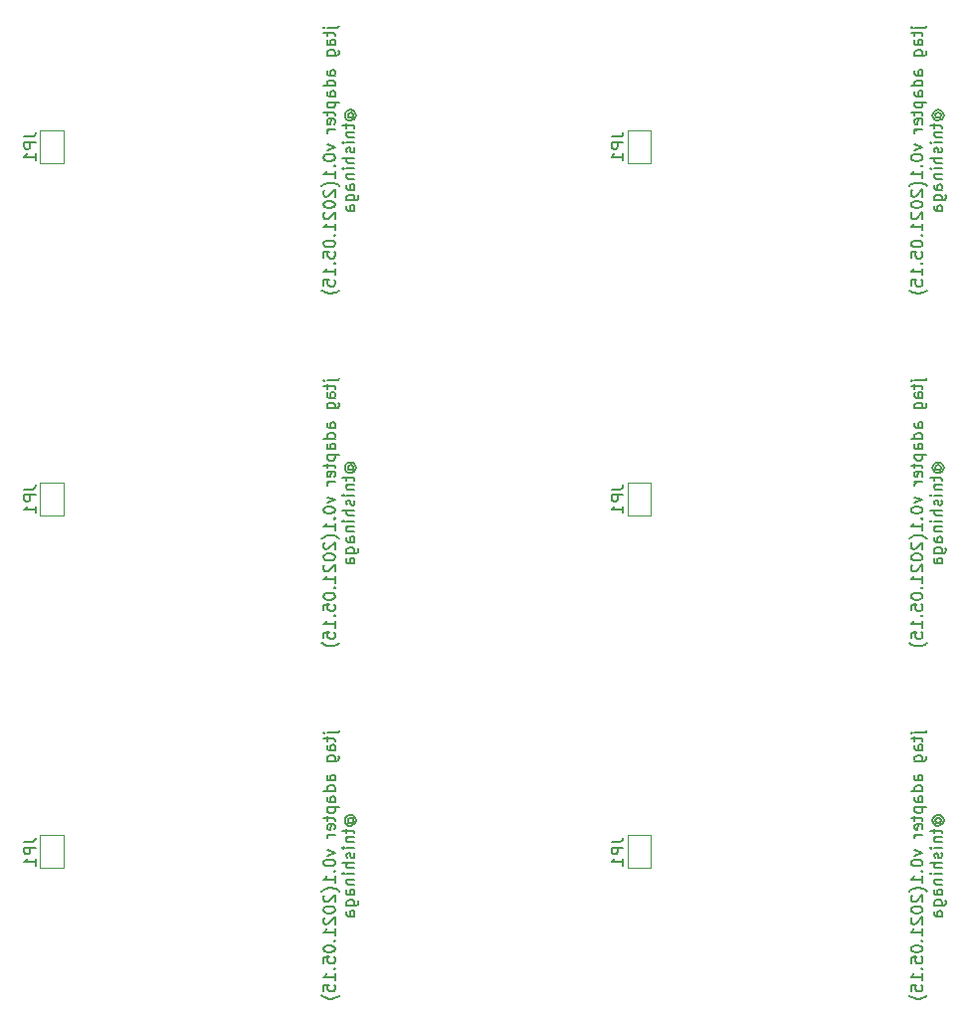
<source format=gbo>
G04 #@! TF.GenerationSoftware,KiCad,Pcbnew,(5.1.8-0-10_14)*
G04 #@! TF.CreationDate,2021-05-20T18:09:43+09:00*
G04 #@! TF.ProjectId,ft2232_jtag_tap,66743232-3332-45f6-9a74-61675f746170,rev?*
G04 #@! TF.SameCoordinates,Original*
G04 #@! TF.FileFunction,Legend,Bot*
G04 #@! TF.FilePolarity,Positive*
%FSLAX46Y46*%
G04 Gerber Fmt 4.6, Leading zero omitted, Abs format (unit mm)*
G04 Created by KiCad (PCBNEW (5.1.8-0-10_14)) date 2021-05-20 18:09:43*
%MOMM*%
%LPD*%
G01*
G04 APERTURE LIST*
%ADD10C,0.150000*%
%ADD11C,0.120000*%
G04 APERTURE END LIST*
D10*
X143360714Y-163990476D02*
X144217857Y-163990476D01*
X144313095Y-163942857D01*
X144360714Y-163847619D01*
X144360714Y-163800000D01*
X143027380Y-163990476D02*
X143075000Y-163942857D01*
X143122619Y-163990476D01*
X143075000Y-164038095D01*
X143027380Y-163990476D01*
X143122619Y-163990476D01*
X143360714Y-164323809D02*
X143360714Y-164704761D01*
X143027380Y-164466666D02*
X143884523Y-164466666D01*
X143979761Y-164514285D01*
X144027380Y-164609523D01*
X144027380Y-164704761D01*
X144027380Y-165466666D02*
X143503571Y-165466666D01*
X143408333Y-165419047D01*
X143360714Y-165323809D01*
X143360714Y-165133333D01*
X143408333Y-165038095D01*
X143979761Y-165466666D02*
X144027380Y-165371428D01*
X144027380Y-165133333D01*
X143979761Y-165038095D01*
X143884523Y-164990476D01*
X143789285Y-164990476D01*
X143694047Y-165038095D01*
X143646428Y-165133333D01*
X143646428Y-165371428D01*
X143598809Y-165466666D01*
X143360714Y-166371428D02*
X144170238Y-166371428D01*
X144265476Y-166323809D01*
X144313095Y-166276190D01*
X144360714Y-166180952D01*
X144360714Y-166038095D01*
X144313095Y-165942857D01*
X143979761Y-166371428D02*
X144027380Y-166276190D01*
X144027380Y-166085714D01*
X143979761Y-165990476D01*
X143932142Y-165942857D01*
X143836904Y-165895238D01*
X143551190Y-165895238D01*
X143455952Y-165942857D01*
X143408333Y-165990476D01*
X143360714Y-166085714D01*
X143360714Y-166276190D01*
X143408333Y-166371428D01*
X144027380Y-168038095D02*
X143503571Y-168038095D01*
X143408333Y-167990476D01*
X143360714Y-167895238D01*
X143360714Y-167704761D01*
X143408333Y-167609523D01*
X143979761Y-168038095D02*
X144027380Y-167942857D01*
X144027380Y-167704761D01*
X143979761Y-167609523D01*
X143884523Y-167561904D01*
X143789285Y-167561904D01*
X143694047Y-167609523D01*
X143646428Y-167704761D01*
X143646428Y-167942857D01*
X143598809Y-168038095D01*
X144027380Y-168942857D02*
X143027380Y-168942857D01*
X143979761Y-168942857D02*
X144027380Y-168847619D01*
X144027380Y-168657142D01*
X143979761Y-168561904D01*
X143932142Y-168514285D01*
X143836904Y-168466666D01*
X143551190Y-168466666D01*
X143455952Y-168514285D01*
X143408333Y-168561904D01*
X143360714Y-168657142D01*
X143360714Y-168847619D01*
X143408333Y-168942857D01*
X144027380Y-169847619D02*
X143503571Y-169847619D01*
X143408333Y-169800000D01*
X143360714Y-169704761D01*
X143360714Y-169514285D01*
X143408333Y-169419047D01*
X143979761Y-169847619D02*
X144027380Y-169752380D01*
X144027380Y-169514285D01*
X143979761Y-169419047D01*
X143884523Y-169371428D01*
X143789285Y-169371428D01*
X143694047Y-169419047D01*
X143646428Y-169514285D01*
X143646428Y-169752380D01*
X143598809Y-169847619D01*
X143360714Y-170323809D02*
X144360714Y-170323809D01*
X143408333Y-170323809D02*
X143360714Y-170419047D01*
X143360714Y-170609523D01*
X143408333Y-170704761D01*
X143455952Y-170752380D01*
X143551190Y-170800000D01*
X143836904Y-170800000D01*
X143932142Y-170752380D01*
X143979761Y-170704761D01*
X144027380Y-170609523D01*
X144027380Y-170419047D01*
X143979761Y-170323809D01*
X143360714Y-171085714D02*
X143360714Y-171466666D01*
X143027380Y-171228571D02*
X143884523Y-171228571D01*
X143979761Y-171276190D01*
X144027380Y-171371428D01*
X144027380Y-171466666D01*
X143979761Y-172180952D02*
X144027380Y-172085714D01*
X144027380Y-171895238D01*
X143979761Y-171800000D01*
X143884523Y-171752380D01*
X143503571Y-171752380D01*
X143408333Y-171800000D01*
X143360714Y-171895238D01*
X143360714Y-172085714D01*
X143408333Y-172180952D01*
X143503571Y-172228571D01*
X143598809Y-172228571D01*
X143694047Y-171752380D01*
X144027380Y-172657142D02*
X143360714Y-172657142D01*
X143551190Y-172657142D02*
X143455952Y-172704761D01*
X143408333Y-172752380D01*
X143360714Y-172847619D01*
X143360714Y-172942857D01*
X143360714Y-173942857D02*
X144027380Y-174180952D01*
X143360714Y-174419047D01*
X143027380Y-174990476D02*
X143027380Y-175085714D01*
X143075000Y-175180952D01*
X143122619Y-175228571D01*
X143217857Y-175276190D01*
X143408333Y-175323809D01*
X143646428Y-175323809D01*
X143836904Y-175276190D01*
X143932142Y-175228571D01*
X143979761Y-175180952D01*
X144027380Y-175085714D01*
X144027380Y-174990476D01*
X143979761Y-174895238D01*
X143932142Y-174847619D01*
X143836904Y-174800000D01*
X143646428Y-174752380D01*
X143408333Y-174752380D01*
X143217857Y-174800000D01*
X143122619Y-174847619D01*
X143075000Y-174895238D01*
X143027380Y-174990476D01*
X143932142Y-175752380D02*
X143979761Y-175800000D01*
X144027380Y-175752380D01*
X143979761Y-175704761D01*
X143932142Y-175752380D01*
X144027380Y-175752380D01*
X144027380Y-176752380D02*
X144027380Y-176180952D01*
X144027380Y-176466666D02*
X143027380Y-176466666D01*
X143170238Y-176371428D01*
X143265476Y-176276190D01*
X143313095Y-176180952D01*
X144408333Y-177466666D02*
X144360714Y-177419047D01*
X144217857Y-177323809D01*
X144122619Y-177276190D01*
X143979761Y-177228571D01*
X143741666Y-177180952D01*
X143551190Y-177180952D01*
X143313095Y-177228571D01*
X143170238Y-177276190D01*
X143075000Y-177323809D01*
X142932142Y-177419047D01*
X142884523Y-177466666D01*
X143122619Y-177800000D02*
X143075000Y-177847619D01*
X143027380Y-177942857D01*
X143027380Y-178180952D01*
X143075000Y-178276190D01*
X143122619Y-178323809D01*
X143217857Y-178371428D01*
X143313095Y-178371428D01*
X143455952Y-178323809D01*
X144027380Y-177752380D01*
X144027380Y-178371428D01*
X143027380Y-178990476D02*
X143027380Y-179085714D01*
X143075000Y-179180952D01*
X143122619Y-179228571D01*
X143217857Y-179276190D01*
X143408333Y-179323809D01*
X143646428Y-179323809D01*
X143836904Y-179276190D01*
X143932142Y-179228571D01*
X143979761Y-179180952D01*
X144027380Y-179085714D01*
X144027380Y-178990476D01*
X143979761Y-178895238D01*
X143932142Y-178847619D01*
X143836904Y-178800000D01*
X143646428Y-178752380D01*
X143408333Y-178752380D01*
X143217857Y-178800000D01*
X143122619Y-178847619D01*
X143075000Y-178895238D01*
X143027380Y-178990476D01*
X143122619Y-179704761D02*
X143075000Y-179752380D01*
X143027380Y-179847619D01*
X143027380Y-180085714D01*
X143075000Y-180180952D01*
X143122619Y-180228571D01*
X143217857Y-180276190D01*
X143313095Y-180276190D01*
X143455952Y-180228571D01*
X144027380Y-179657142D01*
X144027380Y-180276190D01*
X144027380Y-181228571D02*
X144027380Y-180657142D01*
X144027380Y-180942857D02*
X143027380Y-180942857D01*
X143170238Y-180847619D01*
X143265476Y-180752380D01*
X143313095Y-180657142D01*
X143932142Y-181657142D02*
X143979761Y-181704761D01*
X144027380Y-181657142D01*
X143979761Y-181609523D01*
X143932142Y-181657142D01*
X144027380Y-181657142D01*
X143027380Y-182323809D02*
X143027380Y-182419047D01*
X143075000Y-182514285D01*
X143122619Y-182561904D01*
X143217857Y-182609523D01*
X143408333Y-182657142D01*
X143646428Y-182657142D01*
X143836904Y-182609523D01*
X143932142Y-182561904D01*
X143979761Y-182514285D01*
X144027380Y-182419047D01*
X144027380Y-182323809D01*
X143979761Y-182228571D01*
X143932142Y-182180952D01*
X143836904Y-182133333D01*
X143646428Y-182085714D01*
X143408333Y-182085714D01*
X143217857Y-182133333D01*
X143122619Y-182180952D01*
X143075000Y-182228571D01*
X143027380Y-182323809D01*
X143027380Y-183561904D02*
X143027380Y-183085714D01*
X143503571Y-183038095D01*
X143455952Y-183085714D01*
X143408333Y-183180952D01*
X143408333Y-183419047D01*
X143455952Y-183514285D01*
X143503571Y-183561904D01*
X143598809Y-183609523D01*
X143836904Y-183609523D01*
X143932142Y-183561904D01*
X143979761Y-183514285D01*
X144027380Y-183419047D01*
X144027380Y-183180952D01*
X143979761Y-183085714D01*
X143932142Y-183038095D01*
X143932142Y-184038095D02*
X143979761Y-184085714D01*
X144027380Y-184038095D01*
X143979761Y-183990476D01*
X143932142Y-184038095D01*
X144027380Y-184038095D01*
X144027380Y-185038095D02*
X144027380Y-184466666D01*
X144027380Y-184752380D02*
X143027380Y-184752380D01*
X143170238Y-184657142D01*
X143265476Y-184561904D01*
X143313095Y-184466666D01*
X143027380Y-185942857D02*
X143027380Y-185466666D01*
X143503571Y-185419047D01*
X143455952Y-185466666D01*
X143408333Y-185561904D01*
X143408333Y-185800000D01*
X143455952Y-185895238D01*
X143503571Y-185942857D01*
X143598809Y-185990476D01*
X143836904Y-185990476D01*
X143932142Y-185942857D01*
X143979761Y-185895238D01*
X144027380Y-185800000D01*
X144027380Y-185561904D01*
X143979761Y-185466666D01*
X143932142Y-185419047D01*
X144408333Y-186323809D02*
X144360714Y-186371428D01*
X144217857Y-186466666D01*
X144122619Y-186514285D01*
X143979761Y-186561904D01*
X143741666Y-186609523D01*
X143551190Y-186609523D01*
X143313095Y-186561904D01*
X143170238Y-186514285D01*
X143075000Y-186466666D01*
X142932142Y-186371428D01*
X142884523Y-186323809D01*
X145201190Y-171633333D02*
X145153571Y-171585714D01*
X145105952Y-171490476D01*
X145105952Y-171395238D01*
X145153571Y-171300000D01*
X145201190Y-171252380D01*
X145296428Y-171204761D01*
X145391666Y-171204761D01*
X145486904Y-171252380D01*
X145534523Y-171300000D01*
X145582142Y-171395238D01*
X145582142Y-171490476D01*
X145534523Y-171585714D01*
X145486904Y-171633333D01*
X145105952Y-171633333D02*
X145486904Y-171633333D01*
X145534523Y-171680952D01*
X145534523Y-171728571D01*
X145486904Y-171823809D01*
X145391666Y-171871428D01*
X145153571Y-171871428D01*
X145010714Y-171776190D01*
X144915476Y-171633333D01*
X144867857Y-171442857D01*
X144915476Y-171252380D01*
X145010714Y-171109523D01*
X145153571Y-171014285D01*
X145344047Y-170966666D01*
X145534523Y-171014285D01*
X145677380Y-171109523D01*
X145772619Y-171252380D01*
X145820238Y-171442857D01*
X145772619Y-171633333D01*
X145677380Y-171776190D01*
X145010714Y-172157142D02*
X145010714Y-172538095D01*
X144677380Y-172300000D02*
X145534523Y-172300000D01*
X145629761Y-172347619D01*
X145677380Y-172442857D01*
X145677380Y-172538095D01*
X145010714Y-172871428D02*
X145677380Y-172871428D01*
X145105952Y-172871428D02*
X145058333Y-172919047D01*
X145010714Y-173014285D01*
X145010714Y-173157142D01*
X145058333Y-173252380D01*
X145153571Y-173300000D01*
X145677380Y-173300000D01*
X145677380Y-173776190D02*
X145010714Y-173776190D01*
X144677380Y-173776190D02*
X144725000Y-173728571D01*
X144772619Y-173776190D01*
X144725000Y-173823809D01*
X144677380Y-173776190D01*
X144772619Y-173776190D01*
X145629761Y-174204761D02*
X145677380Y-174300000D01*
X145677380Y-174490476D01*
X145629761Y-174585714D01*
X145534523Y-174633333D01*
X145486904Y-174633333D01*
X145391666Y-174585714D01*
X145344047Y-174490476D01*
X145344047Y-174347619D01*
X145296428Y-174252380D01*
X145201190Y-174204761D01*
X145153571Y-174204761D01*
X145058333Y-174252380D01*
X145010714Y-174347619D01*
X145010714Y-174490476D01*
X145058333Y-174585714D01*
X145677380Y-175061904D02*
X144677380Y-175061904D01*
X145677380Y-175490476D02*
X145153571Y-175490476D01*
X145058333Y-175442857D01*
X145010714Y-175347619D01*
X145010714Y-175204761D01*
X145058333Y-175109523D01*
X145105952Y-175061904D01*
X145677380Y-175966666D02*
X145010714Y-175966666D01*
X144677380Y-175966666D02*
X144725000Y-175919047D01*
X144772619Y-175966666D01*
X144725000Y-176014285D01*
X144677380Y-175966666D01*
X144772619Y-175966666D01*
X145010714Y-176442857D02*
X145677380Y-176442857D01*
X145105952Y-176442857D02*
X145058333Y-176490476D01*
X145010714Y-176585714D01*
X145010714Y-176728571D01*
X145058333Y-176823809D01*
X145153571Y-176871428D01*
X145677380Y-176871428D01*
X145677380Y-177776190D02*
X145153571Y-177776190D01*
X145058333Y-177728571D01*
X145010714Y-177633333D01*
X145010714Y-177442857D01*
X145058333Y-177347619D01*
X145629761Y-177776190D02*
X145677380Y-177680952D01*
X145677380Y-177442857D01*
X145629761Y-177347619D01*
X145534523Y-177300000D01*
X145439285Y-177300000D01*
X145344047Y-177347619D01*
X145296428Y-177442857D01*
X145296428Y-177680952D01*
X145248809Y-177776190D01*
X145010714Y-178680952D02*
X145820238Y-178680952D01*
X145915476Y-178633333D01*
X145963095Y-178585714D01*
X146010714Y-178490476D01*
X146010714Y-178347619D01*
X145963095Y-178252380D01*
X145629761Y-178680952D02*
X145677380Y-178585714D01*
X145677380Y-178395238D01*
X145629761Y-178300000D01*
X145582142Y-178252380D01*
X145486904Y-178204761D01*
X145201190Y-178204761D01*
X145105952Y-178252380D01*
X145058333Y-178300000D01*
X145010714Y-178395238D01*
X145010714Y-178585714D01*
X145058333Y-178680952D01*
X145677380Y-179585714D02*
X145153571Y-179585714D01*
X145058333Y-179538095D01*
X145010714Y-179442857D01*
X145010714Y-179252380D01*
X145058333Y-179157142D01*
X145629761Y-179585714D02*
X145677380Y-179490476D01*
X145677380Y-179252380D01*
X145629761Y-179157142D01*
X145534523Y-179109523D01*
X145439285Y-179109523D01*
X145344047Y-179157142D01*
X145296428Y-179252380D01*
X145296428Y-179490476D01*
X145248809Y-179585714D01*
X93360714Y-163990476D02*
X94217857Y-163990476D01*
X94313095Y-163942857D01*
X94360714Y-163847619D01*
X94360714Y-163800000D01*
X93027380Y-163990476D02*
X93075000Y-163942857D01*
X93122619Y-163990476D01*
X93075000Y-164038095D01*
X93027380Y-163990476D01*
X93122619Y-163990476D01*
X93360714Y-164323809D02*
X93360714Y-164704761D01*
X93027380Y-164466666D02*
X93884523Y-164466666D01*
X93979761Y-164514285D01*
X94027380Y-164609523D01*
X94027380Y-164704761D01*
X94027380Y-165466666D02*
X93503571Y-165466666D01*
X93408333Y-165419047D01*
X93360714Y-165323809D01*
X93360714Y-165133333D01*
X93408333Y-165038095D01*
X93979761Y-165466666D02*
X94027380Y-165371428D01*
X94027380Y-165133333D01*
X93979761Y-165038095D01*
X93884523Y-164990476D01*
X93789285Y-164990476D01*
X93694047Y-165038095D01*
X93646428Y-165133333D01*
X93646428Y-165371428D01*
X93598809Y-165466666D01*
X93360714Y-166371428D02*
X94170238Y-166371428D01*
X94265476Y-166323809D01*
X94313095Y-166276190D01*
X94360714Y-166180952D01*
X94360714Y-166038095D01*
X94313095Y-165942857D01*
X93979761Y-166371428D02*
X94027380Y-166276190D01*
X94027380Y-166085714D01*
X93979761Y-165990476D01*
X93932142Y-165942857D01*
X93836904Y-165895238D01*
X93551190Y-165895238D01*
X93455952Y-165942857D01*
X93408333Y-165990476D01*
X93360714Y-166085714D01*
X93360714Y-166276190D01*
X93408333Y-166371428D01*
X94027380Y-168038095D02*
X93503571Y-168038095D01*
X93408333Y-167990476D01*
X93360714Y-167895238D01*
X93360714Y-167704761D01*
X93408333Y-167609523D01*
X93979761Y-168038095D02*
X94027380Y-167942857D01*
X94027380Y-167704761D01*
X93979761Y-167609523D01*
X93884523Y-167561904D01*
X93789285Y-167561904D01*
X93694047Y-167609523D01*
X93646428Y-167704761D01*
X93646428Y-167942857D01*
X93598809Y-168038095D01*
X94027380Y-168942857D02*
X93027380Y-168942857D01*
X93979761Y-168942857D02*
X94027380Y-168847619D01*
X94027380Y-168657142D01*
X93979761Y-168561904D01*
X93932142Y-168514285D01*
X93836904Y-168466666D01*
X93551190Y-168466666D01*
X93455952Y-168514285D01*
X93408333Y-168561904D01*
X93360714Y-168657142D01*
X93360714Y-168847619D01*
X93408333Y-168942857D01*
X94027380Y-169847619D02*
X93503571Y-169847619D01*
X93408333Y-169800000D01*
X93360714Y-169704761D01*
X93360714Y-169514285D01*
X93408333Y-169419047D01*
X93979761Y-169847619D02*
X94027380Y-169752380D01*
X94027380Y-169514285D01*
X93979761Y-169419047D01*
X93884523Y-169371428D01*
X93789285Y-169371428D01*
X93694047Y-169419047D01*
X93646428Y-169514285D01*
X93646428Y-169752380D01*
X93598809Y-169847619D01*
X93360714Y-170323809D02*
X94360714Y-170323809D01*
X93408333Y-170323809D02*
X93360714Y-170419047D01*
X93360714Y-170609523D01*
X93408333Y-170704761D01*
X93455952Y-170752380D01*
X93551190Y-170800000D01*
X93836904Y-170800000D01*
X93932142Y-170752380D01*
X93979761Y-170704761D01*
X94027380Y-170609523D01*
X94027380Y-170419047D01*
X93979761Y-170323809D01*
X93360714Y-171085714D02*
X93360714Y-171466666D01*
X93027380Y-171228571D02*
X93884523Y-171228571D01*
X93979761Y-171276190D01*
X94027380Y-171371428D01*
X94027380Y-171466666D01*
X93979761Y-172180952D02*
X94027380Y-172085714D01*
X94027380Y-171895238D01*
X93979761Y-171800000D01*
X93884523Y-171752380D01*
X93503571Y-171752380D01*
X93408333Y-171800000D01*
X93360714Y-171895238D01*
X93360714Y-172085714D01*
X93408333Y-172180952D01*
X93503571Y-172228571D01*
X93598809Y-172228571D01*
X93694047Y-171752380D01*
X94027380Y-172657142D02*
X93360714Y-172657142D01*
X93551190Y-172657142D02*
X93455952Y-172704761D01*
X93408333Y-172752380D01*
X93360714Y-172847619D01*
X93360714Y-172942857D01*
X93360714Y-173942857D02*
X94027380Y-174180952D01*
X93360714Y-174419047D01*
X93027380Y-174990476D02*
X93027380Y-175085714D01*
X93075000Y-175180952D01*
X93122619Y-175228571D01*
X93217857Y-175276190D01*
X93408333Y-175323809D01*
X93646428Y-175323809D01*
X93836904Y-175276190D01*
X93932142Y-175228571D01*
X93979761Y-175180952D01*
X94027380Y-175085714D01*
X94027380Y-174990476D01*
X93979761Y-174895238D01*
X93932142Y-174847619D01*
X93836904Y-174800000D01*
X93646428Y-174752380D01*
X93408333Y-174752380D01*
X93217857Y-174800000D01*
X93122619Y-174847619D01*
X93075000Y-174895238D01*
X93027380Y-174990476D01*
X93932142Y-175752380D02*
X93979761Y-175800000D01*
X94027380Y-175752380D01*
X93979761Y-175704761D01*
X93932142Y-175752380D01*
X94027380Y-175752380D01*
X94027380Y-176752380D02*
X94027380Y-176180952D01*
X94027380Y-176466666D02*
X93027380Y-176466666D01*
X93170238Y-176371428D01*
X93265476Y-176276190D01*
X93313095Y-176180952D01*
X94408333Y-177466666D02*
X94360714Y-177419047D01*
X94217857Y-177323809D01*
X94122619Y-177276190D01*
X93979761Y-177228571D01*
X93741666Y-177180952D01*
X93551190Y-177180952D01*
X93313095Y-177228571D01*
X93170238Y-177276190D01*
X93075000Y-177323809D01*
X92932142Y-177419047D01*
X92884523Y-177466666D01*
X93122619Y-177800000D02*
X93075000Y-177847619D01*
X93027380Y-177942857D01*
X93027380Y-178180952D01*
X93075000Y-178276190D01*
X93122619Y-178323809D01*
X93217857Y-178371428D01*
X93313095Y-178371428D01*
X93455952Y-178323809D01*
X94027380Y-177752380D01*
X94027380Y-178371428D01*
X93027380Y-178990476D02*
X93027380Y-179085714D01*
X93075000Y-179180952D01*
X93122619Y-179228571D01*
X93217857Y-179276190D01*
X93408333Y-179323809D01*
X93646428Y-179323809D01*
X93836904Y-179276190D01*
X93932142Y-179228571D01*
X93979761Y-179180952D01*
X94027380Y-179085714D01*
X94027380Y-178990476D01*
X93979761Y-178895238D01*
X93932142Y-178847619D01*
X93836904Y-178800000D01*
X93646428Y-178752380D01*
X93408333Y-178752380D01*
X93217857Y-178800000D01*
X93122619Y-178847619D01*
X93075000Y-178895238D01*
X93027380Y-178990476D01*
X93122619Y-179704761D02*
X93075000Y-179752380D01*
X93027380Y-179847619D01*
X93027380Y-180085714D01*
X93075000Y-180180952D01*
X93122619Y-180228571D01*
X93217857Y-180276190D01*
X93313095Y-180276190D01*
X93455952Y-180228571D01*
X94027380Y-179657142D01*
X94027380Y-180276190D01*
X94027380Y-181228571D02*
X94027380Y-180657142D01*
X94027380Y-180942857D02*
X93027380Y-180942857D01*
X93170238Y-180847619D01*
X93265476Y-180752380D01*
X93313095Y-180657142D01*
X93932142Y-181657142D02*
X93979761Y-181704761D01*
X94027380Y-181657142D01*
X93979761Y-181609523D01*
X93932142Y-181657142D01*
X94027380Y-181657142D01*
X93027380Y-182323809D02*
X93027380Y-182419047D01*
X93075000Y-182514285D01*
X93122619Y-182561904D01*
X93217857Y-182609523D01*
X93408333Y-182657142D01*
X93646428Y-182657142D01*
X93836904Y-182609523D01*
X93932142Y-182561904D01*
X93979761Y-182514285D01*
X94027380Y-182419047D01*
X94027380Y-182323809D01*
X93979761Y-182228571D01*
X93932142Y-182180952D01*
X93836904Y-182133333D01*
X93646428Y-182085714D01*
X93408333Y-182085714D01*
X93217857Y-182133333D01*
X93122619Y-182180952D01*
X93075000Y-182228571D01*
X93027380Y-182323809D01*
X93027380Y-183561904D02*
X93027380Y-183085714D01*
X93503571Y-183038095D01*
X93455952Y-183085714D01*
X93408333Y-183180952D01*
X93408333Y-183419047D01*
X93455952Y-183514285D01*
X93503571Y-183561904D01*
X93598809Y-183609523D01*
X93836904Y-183609523D01*
X93932142Y-183561904D01*
X93979761Y-183514285D01*
X94027380Y-183419047D01*
X94027380Y-183180952D01*
X93979761Y-183085714D01*
X93932142Y-183038095D01*
X93932142Y-184038095D02*
X93979761Y-184085714D01*
X94027380Y-184038095D01*
X93979761Y-183990476D01*
X93932142Y-184038095D01*
X94027380Y-184038095D01*
X94027380Y-185038095D02*
X94027380Y-184466666D01*
X94027380Y-184752380D02*
X93027380Y-184752380D01*
X93170238Y-184657142D01*
X93265476Y-184561904D01*
X93313095Y-184466666D01*
X93027380Y-185942857D02*
X93027380Y-185466666D01*
X93503571Y-185419047D01*
X93455952Y-185466666D01*
X93408333Y-185561904D01*
X93408333Y-185800000D01*
X93455952Y-185895238D01*
X93503571Y-185942857D01*
X93598809Y-185990476D01*
X93836904Y-185990476D01*
X93932142Y-185942857D01*
X93979761Y-185895238D01*
X94027380Y-185800000D01*
X94027380Y-185561904D01*
X93979761Y-185466666D01*
X93932142Y-185419047D01*
X94408333Y-186323809D02*
X94360714Y-186371428D01*
X94217857Y-186466666D01*
X94122619Y-186514285D01*
X93979761Y-186561904D01*
X93741666Y-186609523D01*
X93551190Y-186609523D01*
X93313095Y-186561904D01*
X93170238Y-186514285D01*
X93075000Y-186466666D01*
X92932142Y-186371428D01*
X92884523Y-186323809D01*
X95201190Y-171633333D02*
X95153571Y-171585714D01*
X95105952Y-171490476D01*
X95105952Y-171395238D01*
X95153571Y-171300000D01*
X95201190Y-171252380D01*
X95296428Y-171204761D01*
X95391666Y-171204761D01*
X95486904Y-171252380D01*
X95534523Y-171300000D01*
X95582142Y-171395238D01*
X95582142Y-171490476D01*
X95534523Y-171585714D01*
X95486904Y-171633333D01*
X95105952Y-171633333D02*
X95486904Y-171633333D01*
X95534523Y-171680952D01*
X95534523Y-171728571D01*
X95486904Y-171823809D01*
X95391666Y-171871428D01*
X95153571Y-171871428D01*
X95010714Y-171776190D01*
X94915476Y-171633333D01*
X94867857Y-171442857D01*
X94915476Y-171252380D01*
X95010714Y-171109523D01*
X95153571Y-171014285D01*
X95344047Y-170966666D01*
X95534523Y-171014285D01*
X95677380Y-171109523D01*
X95772619Y-171252380D01*
X95820238Y-171442857D01*
X95772619Y-171633333D01*
X95677380Y-171776190D01*
X95010714Y-172157142D02*
X95010714Y-172538095D01*
X94677380Y-172300000D02*
X95534523Y-172300000D01*
X95629761Y-172347619D01*
X95677380Y-172442857D01*
X95677380Y-172538095D01*
X95010714Y-172871428D02*
X95677380Y-172871428D01*
X95105952Y-172871428D02*
X95058333Y-172919047D01*
X95010714Y-173014285D01*
X95010714Y-173157142D01*
X95058333Y-173252380D01*
X95153571Y-173300000D01*
X95677380Y-173300000D01*
X95677380Y-173776190D02*
X95010714Y-173776190D01*
X94677380Y-173776190D02*
X94725000Y-173728571D01*
X94772619Y-173776190D01*
X94725000Y-173823809D01*
X94677380Y-173776190D01*
X94772619Y-173776190D01*
X95629761Y-174204761D02*
X95677380Y-174300000D01*
X95677380Y-174490476D01*
X95629761Y-174585714D01*
X95534523Y-174633333D01*
X95486904Y-174633333D01*
X95391666Y-174585714D01*
X95344047Y-174490476D01*
X95344047Y-174347619D01*
X95296428Y-174252380D01*
X95201190Y-174204761D01*
X95153571Y-174204761D01*
X95058333Y-174252380D01*
X95010714Y-174347619D01*
X95010714Y-174490476D01*
X95058333Y-174585714D01*
X95677380Y-175061904D02*
X94677380Y-175061904D01*
X95677380Y-175490476D02*
X95153571Y-175490476D01*
X95058333Y-175442857D01*
X95010714Y-175347619D01*
X95010714Y-175204761D01*
X95058333Y-175109523D01*
X95105952Y-175061904D01*
X95677380Y-175966666D02*
X95010714Y-175966666D01*
X94677380Y-175966666D02*
X94725000Y-175919047D01*
X94772619Y-175966666D01*
X94725000Y-176014285D01*
X94677380Y-175966666D01*
X94772619Y-175966666D01*
X95010714Y-176442857D02*
X95677380Y-176442857D01*
X95105952Y-176442857D02*
X95058333Y-176490476D01*
X95010714Y-176585714D01*
X95010714Y-176728571D01*
X95058333Y-176823809D01*
X95153571Y-176871428D01*
X95677380Y-176871428D01*
X95677380Y-177776190D02*
X95153571Y-177776190D01*
X95058333Y-177728571D01*
X95010714Y-177633333D01*
X95010714Y-177442857D01*
X95058333Y-177347619D01*
X95629761Y-177776190D02*
X95677380Y-177680952D01*
X95677380Y-177442857D01*
X95629761Y-177347619D01*
X95534523Y-177300000D01*
X95439285Y-177300000D01*
X95344047Y-177347619D01*
X95296428Y-177442857D01*
X95296428Y-177680952D01*
X95248809Y-177776190D01*
X95010714Y-178680952D02*
X95820238Y-178680952D01*
X95915476Y-178633333D01*
X95963095Y-178585714D01*
X96010714Y-178490476D01*
X96010714Y-178347619D01*
X95963095Y-178252380D01*
X95629761Y-178680952D02*
X95677380Y-178585714D01*
X95677380Y-178395238D01*
X95629761Y-178300000D01*
X95582142Y-178252380D01*
X95486904Y-178204761D01*
X95201190Y-178204761D01*
X95105952Y-178252380D01*
X95058333Y-178300000D01*
X95010714Y-178395238D01*
X95010714Y-178585714D01*
X95058333Y-178680952D01*
X95677380Y-179585714D02*
X95153571Y-179585714D01*
X95058333Y-179538095D01*
X95010714Y-179442857D01*
X95010714Y-179252380D01*
X95058333Y-179157142D01*
X95629761Y-179585714D02*
X95677380Y-179490476D01*
X95677380Y-179252380D01*
X95629761Y-179157142D01*
X95534523Y-179109523D01*
X95439285Y-179109523D01*
X95344047Y-179157142D01*
X95296428Y-179252380D01*
X95296428Y-179490476D01*
X95248809Y-179585714D01*
X143360714Y-133990476D02*
X144217857Y-133990476D01*
X144313095Y-133942857D01*
X144360714Y-133847619D01*
X144360714Y-133800000D01*
X143027380Y-133990476D02*
X143075000Y-133942857D01*
X143122619Y-133990476D01*
X143075000Y-134038095D01*
X143027380Y-133990476D01*
X143122619Y-133990476D01*
X143360714Y-134323809D02*
X143360714Y-134704761D01*
X143027380Y-134466666D02*
X143884523Y-134466666D01*
X143979761Y-134514285D01*
X144027380Y-134609523D01*
X144027380Y-134704761D01*
X144027380Y-135466666D02*
X143503571Y-135466666D01*
X143408333Y-135419047D01*
X143360714Y-135323809D01*
X143360714Y-135133333D01*
X143408333Y-135038095D01*
X143979761Y-135466666D02*
X144027380Y-135371428D01*
X144027380Y-135133333D01*
X143979761Y-135038095D01*
X143884523Y-134990476D01*
X143789285Y-134990476D01*
X143694047Y-135038095D01*
X143646428Y-135133333D01*
X143646428Y-135371428D01*
X143598809Y-135466666D01*
X143360714Y-136371428D02*
X144170238Y-136371428D01*
X144265476Y-136323809D01*
X144313095Y-136276190D01*
X144360714Y-136180952D01*
X144360714Y-136038095D01*
X144313095Y-135942857D01*
X143979761Y-136371428D02*
X144027380Y-136276190D01*
X144027380Y-136085714D01*
X143979761Y-135990476D01*
X143932142Y-135942857D01*
X143836904Y-135895238D01*
X143551190Y-135895238D01*
X143455952Y-135942857D01*
X143408333Y-135990476D01*
X143360714Y-136085714D01*
X143360714Y-136276190D01*
X143408333Y-136371428D01*
X144027380Y-138038095D02*
X143503571Y-138038095D01*
X143408333Y-137990476D01*
X143360714Y-137895238D01*
X143360714Y-137704761D01*
X143408333Y-137609523D01*
X143979761Y-138038095D02*
X144027380Y-137942857D01*
X144027380Y-137704761D01*
X143979761Y-137609523D01*
X143884523Y-137561904D01*
X143789285Y-137561904D01*
X143694047Y-137609523D01*
X143646428Y-137704761D01*
X143646428Y-137942857D01*
X143598809Y-138038095D01*
X144027380Y-138942857D02*
X143027380Y-138942857D01*
X143979761Y-138942857D02*
X144027380Y-138847619D01*
X144027380Y-138657142D01*
X143979761Y-138561904D01*
X143932142Y-138514285D01*
X143836904Y-138466666D01*
X143551190Y-138466666D01*
X143455952Y-138514285D01*
X143408333Y-138561904D01*
X143360714Y-138657142D01*
X143360714Y-138847619D01*
X143408333Y-138942857D01*
X144027380Y-139847619D02*
X143503571Y-139847619D01*
X143408333Y-139800000D01*
X143360714Y-139704761D01*
X143360714Y-139514285D01*
X143408333Y-139419047D01*
X143979761Y-139847619D02*
X144027380Y-139752380D01*
X144027380Y-139514285D01*
X143979761Y-139419047D01*
X143884523Y-139371428D01*
X143789285Y-139371428D01*
X143694047Y-139419047D01*
X143646428Y-139514285D01*
X143646428Y-139752380D01*
X143598809Y-139847619D01*
X143360714Y-140323809D02*
X144360714Y-140323809D01*
X143408333Y-140323809D02*
X143360714Y-140419047D01*
X143360714Y-140609523D01*
X143408333Y-140704761D01*
X143455952Y-140752380D01*
X143551190Y-140800000D01*
X143836904Y-140800000D01*
X143932142Y-140752380D01*
X143979761Y-140704761D01*
X144027380Y-140609523D01*
X144027380Y-140419047D01*
X143979761Y-140323809D01*
X143360714Y-141085714D02*
X143360714Y-141466666D01*
X143027380Y-141228571D02*
X143884523Y-141228571D01*
X143979761Y-141276190D01*
X144027380Y-141371428D01*
X144027380Y-141466666D01*
X143979761Y-142180952D02*
X144027380Y-142085714D01*
X144027380Y-141895238D01*
X143979761Y-141800000D01*
X143884523Y-141752380D01*
X143503571Y-141752380D01*
X143408333Y-141800000D01*
X143360714Y-141895238D01*
X143360714Y-142085714D01*
X143408333Y-142180952D01*
X143503571Y-142228571D01*
X143598809Y-142228571D01*
X143694047Y-141752380D01*
X144027380Y-142657142D02*
X143360714Y-142657142D01*
X143551190Y-142657142D02*
X143455952Y-142704761D01*
X143408333Y-142752380D01*
X143360714Y-142847619D01*
X143360714Y-142942857D01*
X143360714Y-143942857D02*
X144027380Y-144180952D01*
X143360714Y-144419047D01*
X143027380Y-144990476D02*
X143027380Y-145085714D01*
X143075000Y-145180952D01*
X143122619Y-145228571D01*
X143217857Y-145276190D01*
X143408333Y-145323809D01*
X143646428Y-145323809D01*
X143836904Y-145276190D01*
X143932142Y-145228571D01*
X143979761Y-145180952D01*
X144027380Y-145085714D01*
X144027380Y-144990476D01*
X143979761Y-144895238D01*
X143932142Y-144847619D01*
X143836904Y-144800000D01*
X143646428Y-144752380D01*
X143408333Y-144752380D01*
X143217857Y-144800000D01*
X143122619Y-144847619D01*
X143075000Y-144895238D01*
X143027380Y-144990476D01*
X143932142Y-145752380D02*
X143979761Y-145800000D01*
X144027380Y-145752380D01*
X143979761Y-145704761D01*
X143932142Y-145752380D01*
X144027380Y-145752380D01*
X144027380Y-146752380D02*
X144027380Y-146180952D01*
X144027380Y-146466666D02*
X143027380Y-146466666D01*
X143170238Y-146371428D01*
X143265476Y-146276190D01*
X143313095Y-146180952D01*
X144408333Y-147466666D02*
X144360714Y-147419047D01*
X144217857Y-147323809D01*
X144122619Y-147276190D01*
X143979761Y-147228571D01*
X143741666Y-147180952D01*
X143551190Y-147180952D01*
X143313095Y-147228571D01*
X143170238Y-147276190D01*
X143075000Y-147323809D01*
X142932142Y-147419047D01*
X142884523Y-147466666D01*
X143122619Y-147800000D02*
X143075000Y-147847619D01*
X143027380Y-147942857D01*
X143027380Y-148180952D01*
X143075000Y-148276190D01*
X143122619Y-148323809D01*
X143217857Y-148371428D01*
X143313095Y-148371428D01*
X143455952Y-148323809D01*
X144027380Y-147752380D01*
X144027380Y-148371428D01*
X143027380Y-148990476D02*
X143027380Y-149085714D01*
X143075000Y-149180952D01*
X143122619Y-149228571D01*
X143217857Y-149276190D01*
X143408333Y-149323809D01*
X143646428Y-149323809D01*
X143836904Y-149276190D01*
X143932142Y-149228571D01*
X143979761Y-149180952D01*
X144027380Y-149085714D01*
X144027380Y-148990476D01*
X143979761Y-148895238D01*
X143932142Y-148847619D01*
X143836904Y-148800000D01*
X143646428Y-148752380D01*
X143408333Y-148752380D01*
X143217857Y-148800000D01*
X143122619Y-148847619D01*
X143075000Y-148895238D01*
X143027380Y-148990476D01*
X143122619Y-149704761D02*
X143075000Y-149752380D01*
X143027380Y-149847619D01*
X143027380Y-150085714D01*
X143075000Y-150180952D01*
X143122619Y-150228571D01*
X143217857Y-150276190D01*
X143313095Y-150276190D01*
X143455952Y-150228571D01*
X144027380Y-149657142D01*
X144027380Y-150276190D01*
X144027380Y-151228571D02*
X144027380Y-150657142D01*
X144027380Y-150942857D02*
X143027380Y-150942857D01*
X143170238Y-150847619D01*
X143265476Y-150752380D01*
X143313095Y-150657142D01*
X143932142Y-151657142D02*
X143979761Y-151704761D01*
X144027380Y-151657142D01*
X143979761Y-151609523D01*
X143932142Y-151657142D01*
X144027380Y-151657142D01*
X143027380Y-152323809D02*
X143027380Y-152419047D01*
X143075000Y-152514285D01*
X143122619Y-152561904D01*
X143217857Y-152609523D01*
X143408333Y-152657142D01*
X143646428Y-152657142D01*
X143836904Y-152609523D01*
X143932142Y-152561904D01*
X143979761Y-152514285D01*
X144027380Y-152419047D01*
X144027380Y-152323809D01*
X143979761Y-152228571D01*
X143932142Y-152180952D01*
X143836904Y-152133333D01*
X143646428Y-152085714D01*
X143408333Y-152085714D01*
X143217857Y-152133333D01*
X143122619Y-152180952D01*
X143075000Y-152228571D01*
X143027380Y-152323809D01*
X143027380Y-153561904D02*
X143027380Y-153085714D01*
X143503571Y-153038095D01*
X143455952Y-153085714D01*
X143408333Y-153180952D01*
X143408333Y-153419047D01*
X143455952Y-153514285D01*
X143503571Y-153561904D01*
X143598809Y-153609523D01*
X143836904Y-153609523D01*
X143932142Y-153561904D01*
X143979761Y-153514285D01*
X144027380Y-153419047D01*
X144027380Y-153180952D01*
X143979761Y-153085714D01*
X143932142Y-153038095D01*
X143932142Y-154038095D02*
X143979761Y-154085714D01*
X144027380Y-154038095D01*
X143979761Y-153990476D01*
X143932142Y-154038095D01*
X144027380Y-154038095D01*
X144027380Y-155038095D02*
X144027380Y-154466666D01*
X144027380Y-154752380D02*
X143027380Y-154752380D01*
X143170238Y-154657142D01*
X143265476Y-154561904D01*
X143313095Y-154466666D01*
X143027380Y-155942857D02*
X143027380Y-155466666D01*
X143503571Y-155419047D01*
X143455952Y-155466666D01*
X143408333Y-155561904D01*
X143408333Y-155800000D01*
X143455952Y-155895238D01*
X143503571Y-155942857D01*
X143598809Y-155990476D01*
X143836904Y-155990476D01*
X143932142Y-155942857D01*
X143979761Y-155895238D01*
X144027380Y-155800000D01*
X144027380Y-155561904D01*
X143979761Y-155466666D01*
X143932142Y-155419047D01*
X144408333Y-156323809D02*
X144360714Y-156371428D01*
X144217857Y-156466666D01*
X144122619Y-156514285D01*
X143979761Y-156561904D01*
X143741666Y-156609523D01*
X143551190Y-156609523D01*
X143313095Y-156561904D01*
X143170238Y-156514285D01*
X143075000Y-156466666D01*
X142932142Y-156371428D01*
X142884523Y-156323809D01*
X145201190Y-141633333D02*
X145153571Y-141585714D01*
X145105952Y-141490476D01*
X145105952Y-141395238D01*
X145153571Y-141300000D01*
X145201190Y-141252380D01*
X145296428Y-141204761D01*
X145391666Y-141204761D01*
X145486904Y-141252380D01*
X145534523Y-141300000D01*
X145582142Y-141395238D01*
X145582142Y-141490476D01*
X145534523Y-141585714D01*
X145486904Y-141633333D01*
X145105952Y-141633333D02*
X145486904Y-141633333D01*
X145534523Y-141680952D01*
X145534523Y-141728571D01*
X145486904Y-141823809D01*
X145391666Y-141871428D01*
X145153571Y-141871428D01*
X145010714Y-141776190D01*
X144915476Y-141633333D01*
X144867857Y-141442857D01*
X144915476Y-141252380D01*
X145010714Y-141109523D01*
X145153571Y-141014285D01*
X145344047Y-140966666D01*
X145534523Y-141014285D01*
X145677380Y-141109523D01*
X145772619Y-141252380D01*
X145820238Y-141442857D01*
X145772619Y-141633333D01*
X145677380Y-141776190D01*
X145010714Y-142157142D02*
X145010714Y-142538095D01*
X144677380Y-142300000D02*
X145534523Y-142300000D01*
X145629761Y-142347619D01*
X145677380Y-142442857D01*
X145677380Y-142538095D01*
X145010714Y-142871428D02*
X145677380Y-142871428D01*
X145105952Y-142871428D02*
X145058333Y-142919047D01*
X145010714Y-143014285D01*
X145010714Y-143157142D01*
X145058333Y-143252380D01*
X145153571Y-143300000D01*
X145677380Y-143300000D01*
X145677380Y-143776190D02*
X145010714Y-143776190D01*
X144677380Y-143776190D02*
X144725000Y-143728571D01*
X144772619Y-143776190D01*
X144725000Y-143823809D01*
X144677380Y-143776190D01*
X144772619Y-143776190D01*
X145629761Y-144204761D02*
X145677380Y-144300000D01*
X145677380Y-144490476D01*
X145629761Y-144585714D01*
X145534523Y-144633333D01*
X145486904Y-144633333D01*
X145391666Y-144585714D01*
X145344047Y-144490476D01*
X145344047Y-144347619D01*
X145296428Y-144252380D01*
X145201190Y-144204761D01*
X145153571Y-144204761D01*
X145058333Y-144252380D01*
X145010714Y-144347619D01*
X145010714Y-144490476D01*
X145058333Y-144585714D01*
X145677380Y-145061904D02*
X144677380Y-145061904D01*
X145677380Y-145490476D02*
X145153571Y-145490476D01*
X145058333Y-145442857D01*
X145010714Y-145347619D01*
X145010714Y-145204761D01*
X145058333Y-145109523D01*
X145105952Y-145061904D01*
X145677380Y-145966666D02*
X145010714Y-145966666D01*
X144677380Y-145966666D02*
X144725000Y-145919047D01*
X144772619Y-145966666D01*
X144725000Y-146014285D01*
X144677380Y-145966666D01*
X144772619Y-145966666D01*
X145010714Y-146442857D02*
X145677380Y-146442857D01*
X145105952Y-146442857D02*
X145058333Y-146490476D01*
X145010714Y-146585714D01*
X145010714Y-146728571D01*
X145058333Y-146823809D01*
X145153571Y-146871428D01*
X145677380Y-146871428D01*
X145677380Y-147776190D02*
X145153571Y-147776190D01*
X145058333Y-147728571D01*
X145010714Y-147633333D01*
X145010714Y-147442857D01*
X145058333Y-147347619D01*
X145629761Y-147776190D02*
X145677380Y-147680952D01*
X145677380Y-147442857D01*
X145629761Y-147347619D01*
X145534523Y-147300000D01*
X145439285Y-147300000D01*
X145344047Y-147347619D01*
X145296428Y-147442857D01*
X145296428Y-147680952D01*
X145248809Y-147776190D01*
X145010714Y-148680952D02*
X145820238Y-148680952D01*
X145915476Y-148633333D01*
X145963095Y-148585714D01*
X146010714Y-148490476D01*
X146010714Y-148347619D01*
X145963095Y-148252380D01*
X145629761Y-148680952D02*
X145677380Y-148585714D01*
X145677380Y-148395238D01*
X145629761Y-148300000D01*
X145582142Y-148252380D01*
X145486904Y-148204761D01*
X145201190Y-148204761D01*
X145105952Y-148252380D01*
X145058333Y-148300000D01*
X145010714Y-148395238D01*
X145010714Y-148585714D01*
X145058333Y-148680952D01*
X145677380Y-149585714D02*
X145153571Y-149585714D01*
X145058333Y-149538095D01*
X145010714Y-149442857D01*
X145010714Y-149252380D01*
X145058333Y-149157142D01*
X145629761Y-149585714D02*
X145677380Y-149490476D01*
X145677380Y-149252380D01*
X145629761Y-149157142D01*
X145534523Y-149109523D01*
X145439285Y-149109523D01*
X145344047Y-149157142D01*
X145296428Y-149252380D01*
X145296428Y-149490476D01*
X145248809Y-149585714D01*
X93360714Y-133990476D02*
X94217857Y-133990476D01*
X94313095Y-133942857D01*
X94360714Y-133847619D01*
X94360714Y-133800000D01*
X93027380Y-133990476D02*
X93075000Y-133942857D01*
X93122619Y-133990476D01*
X93075000Y-134038095D01*
X93027380Y-133990476D01*
X93122619Y-133990476D01*
X93360714Y-134323809D02*
X93360714Y-134704761D01*
X93027380Y-134466666D02*
X93884523Y-134466666D01*
X93979761Y-134514285D01*
X94027380Y-134609523D01*
X94027380Y-134704761D01*
X94027380Y-135466666D02*
X93503571Y-135466666D01*
X93408333Y-135419047D01*
X93360714Y-135323809D01*
X93360714Y-135133333D01*
X93408333Y-135038095D01*
X93979761Y-135466666D02*
X94027380Y-135371428D01*
X94027380Y-135133333D01*
X93979761Y-135038095D01*
X93884523Y-134990476D01*
X93789285Y-134990476D01*
X93694047Y-135038095D01*
X93646428Y-135133333D01*
X93646428Y-135371428D01*
X93598809Y-135466666D01*
X93360714Y-136371428D02*
X94170238Y-136371428D01*
X94265476Y-136323809D01*
X94313095Y-136276190D01*
X94360714Y-136180952D01*
X94360714Y-136038095D01*
X94313095Y-135942857D01*
X93979761Y-136371428D02*
X94027380Y-136276190D01*
X94027380Y-136085714D01*
X93979761Y-135990476D01*
X93932142Y-135942857D01*
X93836904Y-135895238D01*
X93551190Y-135895238D01*
X93455952Y-135942857D01*
X93408333Y-135990476D01*
X93360714Y-136085714D01*
X93360714Y-136276190D01*
X93408333Y-136371428D01*
X94027380Y-138038095D02*
X93503571Y-138038095D01*
X93408333Y-137990476D01*
X93360714Y-137895238D01*
X93360714Y-137704761D01*
X93408333Y-137609523D01*
X93979761Y-138038095D02*
X94027380Y-137942857D01*
X94027380Y-137704761D01*
X93979761Y-137609523D01*
X93884523Y-137561904D01*
X93789285Y-137561904D01*
X93694047Y-137609523D01*
X93646428Y-137704761D01*
X93646428Y-137942857D01*
X93598809Y-138038095D01*
X94027380Y-138942857D02*
X93027380Y-138942857D01*
X93979761Y-138942857D02*
X94027380Y-138847619D01*
X94027380Y-138657142D01*
X93979761Y-138561904D01*
X93932142Y-138514285D01*
X93836904Y-138466666D01*
X93551190Y-138466666D01*
X93455952Y-138514285D01*
X93408333Y-138561904D01*
X93360714Y-138657142D01*
X93360714Y-138847619D01*
X93408333Y-138942857D01*
X94027380Y-139847619D02*
X93503571Y-139847619D01*
X93408333Y-139800000D01*
X93360714Y-139704761D01*
X93360714Y-139514285D01*
X93408333Y-139419047D01*
X93979761Y-139847619D02*
X94027380Y-139752380D01*
X94027380Y-139514285D01*
X93979761Y-139419047D01*
X93884523Y-139371428D01*
X93789285Y-139371428D01*
X93694047Y-139419047D01*
X93646428Y-139514285D01*
X93646428Y-139752380D01*
X93598809Y-139847619D01*
X93360714Y-140323809D02*
X94360714Y-140323809D01*
X93408333Y-140323809D02*
X93360714Y-140419047D01*
X93360714Y-140609523D01*
X93408333Y-140704761D01*
X93455952Y-140752380D01*
X93551190Y-140800000D01*
X93836904Y-140800000D01*
X93932142Y-140752380D01*
X93979761Y-140704761D01*
X94027380Y-140609523D01*
X94027380Y-140419047D01*
X93979761Y-140323809D01*
X93360714Y-141085714D02*
X93360714Y-141466666D01*
X93027380Y-141228571D02*
X93884523Y-141228571D01*
X93979761Y-141276190D01*
X94027380Y-141371428D01*
X94027380Y-141466666D01*
X93979761Y-142180952D02*
X94027380Y-142085714D01*
X94027380Y-141895238D01*
X93979761Y-141800000D01*
X93884523Y-141752380D01*
X93503571Y-141752380D01*
X93408333Y-141800000D01*
X93360714Y-141895238D01*
X93360714Y-142085714D01*
X93408333Y-142180952D01*
X93503571Y-142228571D01*
X93598809Y-142228571D01*
X93694047Y-141752380D01*
X94027380Y-142657142D02*
X93360714Y-142657142D01*
X93551190Y-142657142D02*
X93455952Y-142704761D01*
X93408333Y-142752380D01*
X93360714Y-142847619D01*
X93360714Y-142942857D01*
X93360714Y-143942857D02*
X94027380Y-144180952D01*
X93360714Y-144419047D01*
X93027380Y-144990476D02*
X93027380Y-145085714D01*
X93075000Y-145180952D01*
X93122619Y-145228571D01*
X93217857Y-145276190D01*
X93408333Y-145323809D01*
X93646428Y-145323809D01*
X93836904Y-145276190D01*
X93932142Y-145228571D01*
X93979761Y-145180952D01*
X94027380Y-145085714D01*
X94027380Y-144990476D01*
X93979761Y-144895238D01*
X93932142Y-144847619D01*
X93836904Y-144800000D01*
X93646428Y-144752380D01*
X93408333Y-144752380D01*
X93217857Y-144800000D01*
X93122619Y-144847619D01*
X93075000Y-144895238D01*
X93027380Y-144990476D01*
X93932142Y-145752380D02*
X93979761Y-145800000D01*
X94027380Y-145752380D01*
X93979761Y-145704761D01*
X93932142Y-145752380D01*
X94027380Y-145752380D01*
X94027380Y-146752380D02*
X94027380Y-146180952D01*
X94027380Y-146466666D02*
X93027380Y-146466666D01*
X93170238Y-146371428D01*
X93265476Y-146276190D01*
X93313095Y-146180952D01*
X94408333Y-147466666D02*
X94360714Y-147419047D01*
X94217857Y-147323809D01*
X94122619Y-147276190D01*
X93979761Y-147228571D01*
X93741666Y-147180952D01*
X93551190Y-147180952D01*
X93313095Y-147228571D01*
X93170238Y-147276190D01*
X93075000Y-147323809D01*
X92932142Y-147419047D01*
X92884523Y-147466666D01*
X93122619Y-147800000D02*
X93075000Y-147847619D01*
X93027380Y-147942857D01*
X93027380Y-148180952D01*
X93075000Y-148276190D01*
X93122619Y-148323809D01*
X93217857Y-148371428D01*
X93313095Y-148371428D01*
X93455952Y-148323809D01*
X94027380Y-147752380D01*
X94027380Y-148371428D01*
X93027380Y-148990476D02*
X93027380Y-149085714D01*
X93075000Y-149180952D01*
X93122619Y-149228571D01*
X93217857Y-149276190D01*
X93408333Y-149323809D01*
X93646428Y-149323809D01*
X93836904Y-149276190D01*
X93932142Y-149228571D01*
X93979761Y-149180952D01*
X94027380Y-149085714D01*
X94027380Y-148990476D01*
X93979761Y-148895238D01*
X93932142Y-148847619D01*
X93836904Y-148800000D01*
X93646428Y-148752380D01*
X93408333Y-148752380D01*
X93217857Y-148800000D01*
X93122619Y-148847619D01*
X93075000Y-148895238D01*
X93027380Y-148990476D01*
X93122619Y-149704761D02*
X93075000Y-149752380D01*
X93027380Y-149847619D01*
X93027380Y-150085714D01*
X93075000Y-150180952D01*
X93122619Y-150228571D01*
X93217857Y-150276190D01*
X93313095Y-150276190D01*
X93455952Y-150228571D01*
X94027380Y-149657142D01*
X94027380Y-150276190D01*
X94027380Y-151228571D02*
X94027380Y-150657142D01*
X94027380Y-150942857D02*
X93027380Y-150942857D01*
X93170238Y-150847619D01*
X93265476Y-150752380D01*
X93313095Y-150657142D01*
X93932142Y-151657142D02*
X93979761Y-151704761D01*
X94027380Y-151657142D01*
X93979761Y-151609523D01*
X93932142Y-151657142D01*
X94027380Y-151657142D01*
X93027380Y-152323809D02*
X93027380Y-152419047D01*
X93075000Y-152514285D01*
X93122619Y-152561904D01*
X93217857Y-152609523D01*
X93408333Y-152657142D01*
X93646428Y-152657142D01*
X93836904Y-152609523D01*
X93932142Y-152561904D01*
X93979761Y-152514285D01*
X94027380Y-152419047D01*
X94027380Y-152323809D01*
X93979761Y-152228571D01*
X93932142Y-152180952D01*
X93836904Y-152133333D01*
X93646428Y-152085714D01*
X93408333Y-152085714D01*
X93217857Y-152133333D01*
X93122619Y-152180952D01*
X93075000Y-152228571D01*
X93027380Y-152323809D01*
X93027380Y-153561904D02*
X93027380Y-153085714D01*
X93503571Y-153038095D01*
X93455952Y-153085714D01*
X93408333Y-153180952D01*
X93408333Y-153419047D01*
X93455952Y-153514285D01*
X93503571Y-153561904D01*
X93598809Y-153609523D01*
X93836904Y-153609523D01*
X93932142Y-153561904D01*
X93979761Y-153514285D01*
X94027380Y-153419047D01*
X94027380Y-153180952D01*
X93979761Y-153085714D01*
X93932142Y-153038095D01*
X93932142Y-154038095D02*
X93979761Y-154085714D01*
X94027380Y-154038095D01*
X93979761Y-153990476D01*
X93932142Y-154038095D01*
X94027380Y-154038095D01*
X94027380Y-155038095D02*
X94027380Y-154466666D01*
X94027380Y-154752380D02*
X93027380Y-154752380D01*
X93170238Y-154657142D01*
X93265476Y-154561904D01*
X93313095Y-154466666D01*
X93027380Y-155942857D02*
X93027380Y-155466666D01*
X93503571Y-155419047D01*
X93455952Y-155466666D01*
X93408333Y-155561904D01*
X93408333Y-155800000D01*
X93455952Y-155895238D01*
X93503571Y-155942857D01*
X93598809Y-155990476D01*
X93836904Y-155990476D01*
X93932142Y-155942857D01*
X93979761Y-155895238D01*
X94027380Y-155800000D01*
X94027380Y-155561904D01*
X93979761Y-155466666D01*
X93932142Y-155419047D01*
X94408333Y-156323809D02*
X94360714Y-156371428D01*
X94217857Y-156466666D01*
X94122619Y-156514285D01*
X93979761Y-156561904D01*
X93741666Y-156609523D01*
X93551190Y-156609523D01*
X93313095Y-156561904D01*
X93170238Y-156514285D01*
X93075000Y-156466666D01*
X92932142Y-156371428D01*
X92884523Y-156323809D01*
X95201190Y-141633333D02*
X95153571Y-141585714D01*
X95105952Y-141490476D01*
X95105952Y-141395238D01*
X95153571Y-141300000D01*
X95201190Y-141252380D01*
X95296428Y-141204761D01*
X95391666Y-141204761D01*
X95486904Y-141252380D01*
X95534523Y-141300000D01*
X95582142Y-141395238D01*
X95582142Y-141490476D01*
X95534523Y-141585714D01*
X95486904Y-141633333D01*
X95105952Y-141633333D02*
X95486904Y-141633333D01*
X95534523Y-141680952D01*
X95534523Y-141728571D01*
X95486904Y-141823809D01*
X95391666Y-141871428D01*
X95153571Y-141871428D01*
X95010714Y-141776190D01*
X94915476Y-141633333D01*
X94867857Y-141442857D01*
X94915476Y-141252380D01*
X95010714Y-141109523D01*
X95153571Y-141014285D01*
X95344047Y-140966666D01*
X95534523Y-141014285D01*
X95677380Y-141109523D01*
X95772619Y-141252380D01*
X95820238Y-141442857D01*
X95772619Y-141633333D01*
X95677380Y-141776190D01*
X95010714Y-142157142D02*
X95010714Y-142538095D01*
X94677380Y-142300000D02*
X95534523Y-142300000D01*
X95629761Y-142347619D01*
X95677380Y-142442857D01*
X95677380Y-142538095D01*
X95010714Y-142871428D02*
X95677380Y-142871428D01*
X95105952Y-142871428D02*
X95058333Y-142919047D01*
X95010714Y-143014285D01*
X95010714Y-143157142D01*
X95058333Y-143252380D01*
X95153571Y-143300000D01*
X95677380Y-143300000D01*
X95677380Y-143776190D02*
X95010714Y-143776190D01*
X94677380Y-143776190D02*
X94725000Y-143728571D01*
X94772619Y-143776190D01*
X94725000Y-143823809D01*
X94677380Y-143776190D01*
X94772619Y-143776190D01*
X95629761Y-144204761D02*
X95677380Y-144300000D01*
X95677380Y-144490476D01*
X95629761Y-144585714D01*
X95534523Y-144633333D01*
X95486904Y-144633333D01*
X95391666Y-144585714D01*
X95344047Y-144490476D01*
X95344047Y-144347619D01*
X95296428Y-144252380D01*
X95201190Y-144204761D01*
X95153571Y-144204761D01*
X95058333Y-144252380D01*
X95010714Y-144347619D01*
X95010714Y-144490476D01*
X95058333Y-144585714D01*
X95677380Y-145061904D02*
X94677380Y-145061904D01*
X95677380Y-145490476D02*
X95153571Y-145490476D01*
X95058333Y-145442857D01*
X95010714Y-145347619D01*
X95010714Y-145204761D01*
X95058333Y-145109523D01*
X95105952Y-145061904D01*
X95677380Y-145966666D02*
X95010714Y-145966666D01*
X94677380Y-145966666D02*
X94725000Y-145919047D01*
X94772619Y-145966666D01*
X94725000Y-146014285D01*
X94677380Y-145966666D01*
X94772619Y-145966666D01*
X95010714Y-146442857D02*
X95677380Y-146442857D01*
X95105952Y-146442857D02*
X95058333Y-146490476D01*
X95010714Y-146585714D01*
X95010714Y-146728571D01*
X95058333Y-146823809D01*
X95153571Y-146871428D01*
X95677380Y-146871428D01*
X95677380Y-147776190D02*
X95153571Y-147776190D01*
X95058333Y-147728571D01*
X95010714Y-147633333D01*
X95010714Y-147442857D01*
X95058333Y-147347619D01*
X95629761Y-147776190D02*
X95677380Y-147680952D01*
X95677380Y-147442857D01*
X95629761Y-147347619D01*
X95534523Y-147300000D01*
X95439285Y-147300000D01*
X95344047Y-147347619D01*
X95296428Y-147442857D01*
X95296428Y-147680952D01*
X95248809Y-147776190D01*
X95010714Y-148680952D02*
X95820238Y-148680952D01*
X95915476Y-148633333D01*
X95963095Y-148585714D01*
X96010714Y-148490476D01*
X96010714Y-148347619D01*
X95963095Y-148252380D01*
X95629761Y-148680952D02*
X95677380Y-148585714D01*
X95677380Y-148395238D01*
X95629761Y-148300000D01*
X95582142Y-148252380D01*
X95486904Y-148204761D01*
X95201190Y-148204761D01*
X95105952Y-148252380D01*
X95058333Y-148300000D01*
X95010714Y-148395238D01*
X95010714Y-148585714D01*
X95058333Y-148680952D01*
X95677380Y-149585714D02*
X95153571Y-149585714D01*
X95058333Y-149538095D01*
X95010714Y-149442857D01*
X95010714Y-149252380D01*
X95058333Y-149157142D01*
X95629761Y-149585714D02*
X95677380Y-149490476D01*
X95677380Y-149252380D01*
X95629761Y-149157142D01*
X95534523Y-149109523D01*
X95439285Y-149109523D01*
X95344047Y-149157142D01*
X95296428Y-149252380D01*
X95296428Y-149490476D01*
X95248809Y-149585714D01*
X143360714Y-103990476D02*
X144217857Y-103990476D01*
X144313095Y-103942857D01*
X144360714Y-103847619D01*
X144360714Y-103800000D01*
X143027380Y-103990476D02*
X143075000Y-103942857D01*
X143122619Y-103990476D01*
X143075000Y-104038095D01*
X143027380Y-103990476D01*
X143122619Y-103990476D01*
X143360714Y-104323809D02*
X143360714Y-104704761D01*
X143027380Y-104466666D02*
X143884523Y-104466666D01*
X143979761Y-104514285D01*
X144027380Y-104609523D01*
X144027380Y-104704761D01*
X144027380Y-105466666D02*
X143503571Y-105466666D01*
X143408333Y-105419047D01*
X143360714Y-105323809D01*
X143360714Y-105133333D01*
X143408333Y-105038095D01*
X143979761Y-105466666D02*
X144027380Y-105371428D01*
X144027380Y-105133333D01*
X143979761Y-105038095D01*
X143884523Y-104990476D01*
X143789285Y-104990476D01*
X143694047Y-105038095D01*
X143646428Y-105133333D01*
X143646428Y-105371428D01*
X143598809Y-105466666D01*
X143360714Y-106371428D02*
X144170238Y-106371428D01*
X144265476Y-106323809D01*
X144313095Y-106276190D01*
X144360714Y-106180952D01*
X144360714Y-106038095D01*
X144313095Y-105942857D01*
X143979761Y-106371428D02*
X144027380Y-106276190D01*
X144027380Y-106085714D01*
X143979761Y-105990476D01*
X143932142Y-105942857D01*
X143836904Y-105895238D01*
X143551190Y-105895238D01*
X143455952Y-105942857D01*
X143408333Y-105990476D01*
X143360714Y-106085714D01*
X143360714Y-106276190D01*
X143408333Y-106371428D01*
X144027380Y-108038095D02*
X143503571Y-108038095D01*
X143408333Y-107990476D01*
X143360714Y-107895238D01*
X143360714Y-107704761D01*
X143408333Y-107609523D01*
X143979761Y-108038095D02*
X144027380Y-107942857D01*
X144027380Y-107704761D01*
X143979761Y-107609523D01*
X143884523Y-107561904D01*
X143789285Y-107561904D01*
X143694047Y-107609523D01*
X143646428Y-107704761D01*
X143646428Y-107942857D01*
X143598809Y-108038095D01*
X144027380Y-108942857D02*
X143027380Y-108942857D01*
X143979761Y-108942857D02*
X144027380Y-108847619D01*
X144027380Y-108657142D01*
X143979761Y-108561904D01*
X143932142Y-108514285D01*
X143836904Y-108466666D01*
X143551190Y-108466666D01*
X143455952Y-108514285D01*
X143408333Y-108561904D01*
X143360714Y-108657142D01*
X143360714Y-108847619D01*
X143408333Y-108942857D01*
X144027380Y-109847619D02*
X143503571Y-109847619D01*
X143408333Y-109800000D01*
X143360714Y-109704761D01*
X143360714Y-109514285D01*
X143408333Y-109419047D01*
X143979761Y-109847619D02*
X144027380Y-109752380D01*
X144027380Y-109514285D01*
X143979761Y-109419047D01*
X143884523Y-109371428D01*
X143789285Y-109371428D01*
X143694047Y-109419047D01*
X143646428Y-109514285D01*
X143646428Y-109752380D01*
X143598809Y-109847619D01*
X143360714Y-110323809D02*
X144360714Y-110323809D01*
X143408333Y-110323809D02*
X143360714Y-110419047D01*
X143360714Y-110609523D01*
X143408333Y-110704761D01*
X143455952Y-110752380D01*
X143551190Y-110800000D01*
X143836904Y-110800000D01*
X143932142Y-110752380D01*
X143979761Y-110704761D01*
X144027380Y-110609523D01*
X144027380Y-110419047D01*
X143979761Y-110323809D01*
X143360714Y-111085714D02*
X143360714Y-111466666D01*
X143027380Y-111228571D02*
X143884523Y-111228571D01*
X143979761Y-111276190D01*
X144027380Y-111371428D01*
X144027380Y-111466666D01*
X143979761Y-112180952D02*
X144027380Y-112085714D01*
X144027380Y-111895238D01*
X143979761Y-111800000D01*
X143884523Y-111752380D01*
X143503571Y-111752380D01*
X143408333Y-111800000D01*
X143360714Y-111895238D01*
X143360714Y-112085714D01*
X143408333Y-112180952D01*
X143503571Y-112228571D01*
X143598809Y-112228571D01*
X143694047Y-111752380D01*
X144027380Y-112657142D02*
X143360714Y-112657142D01*
X143551190Y-112657142D02*
X143455952Y-112704761D01*
X143408333Y-112752380D01*
X143360714Y-112847619D01*
X143360714Y-112942857D01*
X143360714Y-113942857D02*
X144027380Y-114180952D01*
X143360714Y-114419047D01*
X143027380Y-114990476D02*
X143027380Y-115085714D01*
X143075000Y-115180952D01*
X143122619Y-115228571D01*
X143217857Y-115276190D01*
X143408333Y-115323809D01*
X143646428Y-115323809D01*
X143836904Y-115276190D01*
X143932142Y-115228571D01*
X143979761Y-115180952D01*
X144027380Y-115085714D01*
X144027380Y-114990476D01*
X143979761Y-114895238D01*
X143932142Y-114847619D01*
X143836904Y-114800000D01*
X143646428Y-114752380D01*
X143408333Y-114752380D01*
X143217857Y-114800000D01*
X143122619Y-114847619D01*
X143075000Y-114895238D01*
X143027380Y-114990476D01*
X143932142Y-115752380D02*
X143979761Y-115800000D01*
X144027380Y-115752380D01*
X143979761Y-115704761D01*
X143932142Y-115752380D01*
X144027380Y-115752380D01*
X144027380Y-116752380D02*
X144027380Y-116180952D01*
X144027380Y-116466666D02*
X143027380Y-116466666D01*
X143170238Y-116371428D01*
X143265476Y-116276190D01*
X143313095Y-116180952D01*
X144408333Y-117466666D02*
X144360714Y-117419047D01*
X144217857Y-117323809D01*
X144122619Y-117276190D01*
X143979761Y-117228571D01*
X143741666Y-117180952D01*
X143551190Y-117180952D01*
X143313095Y-117228571D01*
X143170238Y-117276190D01*
X143075000Y-117323809D01*
X142932142Y-117419047D01*
X142884523Y-117466666D01*
X143122619Y-117800000D02*
X143075000Y-117847619D01*
X143027380Y-117942857D01*
X143027380Y-118180952D01*
X143075000Y-118276190D01*
X143122619Y-118323809D01*
X143217857Y-118371428D01*
X143313095Y-118371428D01*
X143455952Y-118323809D01*
X144027380Y-117752380D01*
X144027380Y-118371428D01*
X143027380Y-118990476D02*
X143027380Y-119085714D01*
X143075000Y-119180952D01*
X143122619Y-119228571D01*
X143217857Y-119276190D01*
X143408333Y-119323809D01*
X143646428Y-119323809D01*
X143836904Y-119276190D01*
X143932142Y-119228571D01*
X143979761Y-119180952D01*
X144027380Y-119085714D01*
X144027380Y-118990476D01*
X143979761Y-118895238D01*
X143932142Y-118847619D01*
X143836904Y-118800000D01*
X143646428Y-118752380D01*
X143408333Y-118752380D01*
X143217857Y-118800000D01*
X143122619Y-118847619D01*
X143075000Y-118895238D01*
X143027380Y-118990476D01*
X143122619Y-119704761D02*
X143075000Y-119752380D01*
X143027380Y-119847619D01*
X143027380Y-120085714D01*
X143075000Y-120180952D01*
X143122619Y-120228571D01*
X143217857Y-120276190D01*
X143313095Y-120276190D01*
X143455952Y-120228571D01*
X144027380Y-119657142D01*
X144027380Y-120276190D01*
X144027380Y-121228571D02*
X144027380Y-120657142D01*
X144027380Y-120942857D02*
X143027380Y-120942857D01*
X143170238Y-120847619D01*
X143265476Y-120752380D01*
X143313095Y-120657142D01*
X143932142Y-121657142D02*
X143979761Y-121704761D01*
X144027380Y-121657142D01*
X143979761Y-121609523D01*
X143932142Y-121657142D01*
X144027380Y-121657142D01*
X143027380Y-122323809D02*
X143027380Y-122419047D01*
X143075000Y-122514285D01*
X143122619Y-122561904D01*
X143217857Y-122609523D01*
X143408333Y-122657142D01*
X143646428Y-122657142D01*
X143836904Y-122609523D01*
X143932142Y-122561904D01*
X143979761Y-122514285D01*
X144027380Y-122419047D01*
X144027380Y-122323809D01*
X143979761Y-122228571D01*
X143932142Y-122180952D01*
X143836904Y-122133333D01*
X143646428Y-122085714D01*
X143408333Y-122085714D01*
X143217857Y-122133333D01*
X143122619Y-122180952D01*
X143075000Y-122228571D01*
X143027380Y-122323809D01*
X143027380Y-123561904D02*
X143027380Y-123085714D01*
X143503571Y-123038095D01*
X143455952Y-123085714D01*
X143408333Y-123180952D01*
X143408333Y-123419047D01*
X143455952Y-123514285D01*
X143503571Y-123561904D01*
X143598809Y-123609523D01*
X143836904Y-123609523D01*
X143932142Y-123561904D01*
X143979761Y-123514285D01*
X144027380Y-123419047D01*
X144027380Y-123180952D01*
X143979761Y-123085714D01*
X143932142Y-123038095D01*
X143932142Y-124038095D02*
X143979761Y-124085714D01*
X144027380Y-124038095D01*
X143979761Y-123990476D01*
X143932142Y-124038095D01*
X144027380Y-124038095D01*
X144027380Y-125038095D02*
X144027380Y-124466666D01*
X144027380Y-124752380D02*
X143027380Y-124752380D01*
X143170238Y-124657142D01*
X143265476Y-124561904D01*
X143313095Y-124466666D01*
X143027380Y-125942857D02*
X143027380Y-125466666D01*
X143503571Y-125419047D01*
X143455952Y-125466666D01*
X143408333Y-125561904D01*
X143408333Y-125799999D01*
X143455952Y-125895238D01*
X143503571Y-125942857D01*
X143598809Y-125990476D01*
X143836904Y-125990476D01*
X143932142Y-125942857D01*
X143979761Y-125895238D01*
X144027380Y-125799999D01*
X144027380Y-125561904D01*
X143979761Y-125466666D01*
X143932142Y-125419047D01*
X144408333Y-126323809D02*
X144360714Y-126371428D01*
X144217857Y-126466666D01*
X144122619Y-126514285D01*
X143979761Y-126561904D01*
X143741666Y-126609523D01*
X143551190Y-126609523D01*
X143313095Y-126561904D01*
X143170238Y-126514285D01*
X143075000Y-126466666D01*
X142932142Y-126371428D01*
X142884523Y-126323809D01*
X145201190Y-111633333D02*
X145153571Y-111585714D01*
X145105952Y-111490476D01*
X145105952Y-111395238D01*
X145153571Y-111300000D01*
X145201190Y-111252380D01*
X145296428Y-111204761D01*
X145391666Y-111204761D01*
X145486904Y-111252380D01*
X145534523Y-111300000D01*
X145582142Y-111395238D01*
X145582142Y-111490476D01*
X145534523Y-111585714D01*
X145486904Y-111633333D01*
X145105952Y-111633333D02*
X145486904Y-111633333D01*
X145534523Y-111680952D01*
X145534523Y-111728571D01*
X145486904Y-111823809D01*
X145391666Y-111871428D01*
X145153571Y-111871428D01*
X145010714Y-111776190D01*
X144915476Y-111633333D01*
X144867857Y-111442857D01*
X144915476Y-111252380D01*
X145010714Y-111109523D01*
X145153571Y-111014285D01*
X145344047Y-110966666D01*
X145534523Y-111014285D01*
X145677380Y-111109523D01*
X145772619Y-111252380D01*
X145820238Y-111442857D01*
X145772619Y-111633333D01*
X145677380Y-111776190D01*
X145010714Y-112157142D02*
X145010714Y-112538095D01*
X144677380Y-112300000D02*
X145534523Y-112300000D01*
X145629761Y-112347619D01*
X145677380Y-112442857D01*
X145677380Y-112538095D01*
X145010714Y-112871428D02*
X145677380Y-112871428D01*
X145105952Y-112871428D02*
X145058333Y-112919047D01*
X145010714Y-113014285D01*
X145010714Y-113157142D01*
X145058333Y-113252380D01*
X145153571Y-113300000D01*
X145677380Y-113300000D01*
X145677380Y-113776190D02*
X145010714Y-113776190D01*
X144677380Y-113776190D02*
X144725000Y-113728571D01*
X144772619Y-113776190D01*
X144725000Y-113823809D01*
X144677380Y-113776190D01*
X144772619Y-113776190D01*
X145629761Y-114204761D02*
X145677380Y-114300000D01*
X145677380Y-114490476D01*
X145629761Y-114585714D01*
X145534523Y-114633333D01*
X145486904Y-114633333D01*
X145391666Y-114585714D01*
X145344047Y-114490476D01*
X145344047Y-114347619D01*
X145296428Y-114252380D01*
X145201190Y-114204761D01*
X145153571Y-114204761D01*
X145058333Y-114252380D01*
X145010714Y-114347619D01*
X145010714Y-114490476D01*
X145058333Y-114585714D01*
X145677380Y-115061904D02*
X144677380Y-115061904D01*
X145677380Y-115490476D02*
X145153571Y-115490476D01*
X145058333Y-115442857D01*
X145010714Y-115347619D01*
X145010714Y-115204761D01*
X145058333Y-115109523D01*
X145105952Y-115061904D01*
X145677380Y-115966666D02*
X145010714Y-115966666D01*
X144677380Y-115966666D02*
X144725000Y-115919047D01*
X144772619Y-115966666D01*
X144725000Y-116014285D01*
X144677380Y-115966666D01*
X144772619Y-115966666D01*
X145010714Y-116442857D02*
X145677380Y-116442857D01*
X145105952Y-116442857D02*
X145058333Y-116490476D01*
X145010714Y-116585714D01*
X145010714Y-116728571D01*
X145058333Y-116823809D01*
X145153571Y-116871428D01*
X145677380Y-116871428D01*
X145677380Y-117776190D02*
X145153571Y-117776190D01*
X145058333Y-117728571D01*
X145010714Y-117633333D01*
X145010714Y-117442857D01*
X145058333Y-117347619D01*
X145629761Y-117776190D02*
X145677380Y-117680952D01*
X145677380Y-117442857D01*
X145629761Y-117347619D01*
X145534523Y-117300000D01*
X145439285Y-117300000D01*
X145344047Y-117347619D01*
X145296428Y-117442857D01*
X145296428Y-117680952D01*
X145248809Y-117776190D01*
X145010714Y-118680952D02*
X145820238Y-118680952D01*
X145915476Y-118633333D01*
X145963095Y-118585714D01*
X146010714Y-118490476D01*
X146010714Y-118347619D01*
X145963095Y-118252380D01*
X145629761Y-118680952D02*
X145677380Y-118585714D01*
X145677380Y-118395238D01*
X145629761Y-118300000D01*
X145582142Y-118252380D01*
X145486904Y-118204761D01*
X145201190Y-118204761D01*
X145105952Y-118252380D01*
X145058333Y-118300000D01*
X145010714Y-118395238D01*
X145010714Y-118585714D01*
X145058333Y-118680952D01*
X145677380Y-119585714D02*
X145153571Y-119585714D01*
X145058333Y-119538095D01*
X145010714Y-119442857D01*
X145010714Y-119252380D01*
X145058333Y-119157142D01*
X145629761Y-119585714D02*
X145677380Y-119490476D01*
X145677380Y-119252380D01*
X145629761Y-119157142D01*
X145534523Y-119109523D01*
X145439285Y-119109523D01*
X145344047Y-119157142D01*
X145296428Y-119252380D01*
X145296428Y-119490476D01*
X145248809Y-119585714D01*
X93360714Y-103990476D02*
X94217857Y-103990476D01*
X94313095Y-103942857D01*
X94360714Y-103847619D01*
X94360714Y-103800000D01*
X93027380Y-103990476D02*
X93075000Y-103942857D01*
X93122619Y-103990476D01*
X93075000Y-104038095D01*
X93027380Y-103990476D01*
X93122619Y-103990476D01*
X93360714Y-104323809D02*
X93360714Y-104704761D01*
X93027380Y-104466666D02*
X93884523Y-104466666D01*
X93979761Y-104514285D01*
X94027380Y-104609523D01*
X94027380Y-104704761D01*
X94027380Y-105466666D02*
X93503571Y-105466666D01*
X93408333Y-105419047D01*
X93360714Y-105323809D01*
X93360714Y-105133333D01*
X93408333Y-105038095D01*
X93979761Y-105466666D02*
X94027380Y-105371428D01*
X94027380Y-105133333D01*
X93979761Y-105038095D01*
X93884523Y-104990476D01*
X93789285Y-104990476D01*
X93694047Y-105038095D01*
X93646428Y-105133333D01*
X93646428Y-105371428D01*
X93598809Y-105466666D01*
X93360714Y-106371428D02*
X94170238Y-106371428D01*
X94265476Y-106323809D01*
X94313095Y-106276190D01*
X94360714Y-106180952D01*
X94360714Y-106038095D01*
X94313095Y-105942857D01*
X93979761Y-106371428D02*
X94027380Y-106276190D01*
X94027380Y-106085714D01*
X93979761Y-105990476D01*
X93932142Y-105942857D01*
X93836904Y-105895238D01*
X93551190Y-105895238D01*
X93455952Y-105942857D01*
X93408333Y-105990476D01*
X93360714Y-106085714D01*
X93360714Y-106276190D01*
X93408333Y-106371428D01*
X94027380Y-108038095D02*
X93503571Y-108038095D01*
X93408333Y-107990476D01*
X93360714Y-107895238D01*
X93360714Y-107704761D01*
X93408333Y-107609523D01*
X93979761Y-108038095D02*
X94027380Y-107942857D01*
X94027380Y-107704761D01*
X93979761Y-107609523D01*
X93884523Y-107561904D01*
X93789285Y-107561904D01*
X93694047Y-107609523D01*
X93646428Y-107704761D01*
X93646428Y-107942857D01*
X93598809Y-108038095D01*
X94027380Y-108942857D02*
X93027380Y-108942857D01*
X93979761Y-108942857D02*
X94027380Y-108847619D01*
X94027380Y-108657142D01*
X93979761Y-108561904D01*
X93932142Y-108514285D01*
X93836904Y-108466666D01*
X93551190Y-108466666D01*
X93455952Y-108514285D01*
X93408333Y-108561904D01*
X93360714Y-108657142D01*
X93360714Y-108847619D01*
X93408333Y-108942857D01*
X94027380Y-109847619D02*
X93503571Y-109847619D01*
X93408333Y-109800000D01*
X93360714Y-109704761D01*
X93360714Y-109514285D01*
X93408333Y-109419047D01*
X93979761Y-109847619D02*
X94027380Y-109752380D01*
X94027380Y-109514285D01*
X93979761Y-109419047D01*
X93884523Y-109371428D01*
X93789285Y-109371428D01*
X93694047Y-109419047D01*
X93646428Y-109514285D01*
X93646428Y-109752380D01*
X93598809Y-109847619D01*
X93360714Y-110323809D02*
X94360714Y-110323809D01*
X93408333Y-110323809D02*
X93360714Y-110419047D01*
X93360714Y-110609523D01*
X93408333Y-110704761D01*
X93455952Y-110752380D01*
X93551190Y-110800000D01*
X93836904Y-110800000D01*
X93932142Y-110752380D01*
X93979761Y-110704761D01*
X94027380Y-110609523D01*
X94027380Y-110419047D01*
X93979761Y-110323809D01*
X93360714Y-111085714D02*
X93360714Y-111466666D01*
X93027380Y-111228571D02*
X93884523Y-111228571D01*
X93979761Y-111276190D01*
X94027380Y-111371428D01*
X94027380Y-111466666D01*
X93979761Y-112180952D02*
X94027380Y-112085714D01*
X94027380Y-111895238D01*
X93979761Y-111800000D01*
X93884523Y-111752380D01*
X93503571Y-111752380D01*
X93408333Y-111800000D01*
X93360714Y-111895238D01*
X93360714Y-112085714D01*
X93408333Y-112180952D01*
X93503571Y-112228571D01*
X93598809Y-112228571D01*
X93694047Y-111752380D01*
X94027380Y-112657142D02*
X93360714Y-112657142D01*
X93551190Y-112657142D02*
X93455952Y-112704761D01*
X93408333Y-112752380D01*
X93360714Y-112847619D01*
X93360714Y-112942857D01*
X93360714Y-113942857D02*
X94027380Y-114180952D01*
X93360714Y-114419047D01*
X93027380Y-114990476D02*
X93027380Y-115085714D01*
X93075000Y-115180952D01*
X93122619Y-115228571D01*
X93217857Y-115276190D01*
X93408333Y-115323809D01*
X93646428Y-115323809D01*
X93836904Y-115276190D01*
X93932142Y-115228571D01*
X93979761Y-115180952D01*
X94027380Y-115085714D01*
X94027380Y-114990476D01*
X93979761Y-114895238D01*
X93932142Y-114847619D01*
X93836904Y-114799999D01*
X93646428Y-114752380D01*
X93408333Y-114752380D01*
X93217857Y-114799999D01*
X93122619Y-114847619D01*
X93075000Y-114895238D01*
X93027380Y-114990476D01*
X93932142Y-115752380D02*
X93979761Y-115799999D01*
X94027380Y-115752380D01*
X93979761Y-115704761D01*
X93932142Y-115752380D01*
X94027380Y-115752380D01*
X94027380Y-116752380D02*
X94027380Y-116180952D01*
X94027380Y-116466666D02*
X93027380Y-116466666D01*
X93170238Y-116371428D01*
X93265476Y-116276190D01*
X93313095Y-116180952D01*
X94408333Y-117466666D02*
X94360714Y-117419047D01*
X94217857Y-117323809D01*
X94122619Y-117276190D01*
X93979761Y-117228571D01*
X93741666Y-117180952D01*
X93551190Y-117180952D01*
X93313095Y-117228571D01*
X93170238Y-117276190D01*
X93075000Y-117323809D01*
X92932142Y-117419047D01*
X92884523Y-117466666D01*
X93122619Y-117799999D02*
X93075000Y-117847619D01*
X93027380Y-117942857D01*
X93027380Y-118180952D01*
X93075000Y-118276190D01*
X93122619Y-118323809D01*
X93217857Y-118371428D01*
X93313095Y-118371428D01*
X93455952Y-118323809D01*
X94027380Y-117752380D01*
X94027380Y-118371428D01*
X93027380Y-118990476D02*
X93027380Y-119085714D01*
X93075000Y-119180952D01*
X93122619Y-119228571D01*
X93217857Y-119276190D01*
X93408333Y-119323809D01*
X93646428Y-119323809D01*
X93836904Y-119276190D01*
X93932142Y-119228571D01*
X93979761Y-119180952D01*
X94027380Y-119085714D01*
X94027380Y-118990476D01*
X93979761Y-118895238D01*
X93932142Y-118847619D01*
X93836904Y-118799999D01*
X93646428Y-118752380D01*
X93408333Y-118752380D01*
X93217857Y-118799999D01*
X93122619Y-118847619D01*
X93075000Y-118895238D01*
X93027380Y-118990476D01*
X93122619Y-119704761D02*
X93075000Y-119752380D01*
X93027380Y-119847619D01*
X93027380Y-120085714D01*
X93075000Y-120180952D01*
X93122619Y-120228571D01*
X93217857Y-120276190D01*
X93313095Y-120276190D01*
X93455952Y-120228571D01*
X94027380Y-119657142D01*
X94027380Y-120276190D01*
X94027380Y-121228571D02*
X94027380Y-120657142D01*
X94027380Y-120942857D02*
X93027380Y-120942857D01*
X93170238Y-120847619D01*
X93265476Y-120752380D01*
X93313095Y-120657142D01*
X93932142Y-121657142D02*
X93979761Y-121704761D01*
X94027380Y-121657142D01*
X93979761Y-121609523D01*
X93932142Y-121657142D01*
X94027380Y-121657142D01*
X93027380Y-122323809D02*
X93027380Y-122419047D01*
X93075000Y-122514285D01*
X93122619Y-122561904D01*
X93217857Y-122609523D01*
X93408333Y-122657142D01*
X93646428Y-122657142D01*
X93836904Y-122609523D01*
X93932142Y-122561904D01*
X93979761Y-122514285D01*
X94027380Y-122419047D01*
X94027380Y-122323809D01*
X93979761Y-122228571D01*
X93932142Y-122180952D01*
X93836904Y-122133333D01*
X93646428Y-122085714D01*
X93408333Y-122085714D01*
X93217857Y-122133333D01*
X93122619Y-122180952D01*
X93075000Y-122228571D01*
X93027380Y-122323809D01*
X93027380Y-123561904D02*
X93027380Y-123085714D01*
X93503571Y-123038095D01*
X93455952Y-123085714D01*
X93408333Y-123180952D01*
X93408333Y-123419047D01*
X93455952Y-123514285D01*
X93503571Y-123561904D01*
X93598809Y-123609523D01*
X93836904Y-123609523D01*
X93932142Y-123561904D01*
X93979761Y-123514285D01*
X94027380Y-123419047D01*
X94027380Y-123180952D01*
X93979761Y-123085714D01*
X93932142Y-123038095D01*
X93932142Y-124038095D02*
X93979761Y-124085714D01*
X94027380Y-124038095D01*
X93979761Y-123990476D01*
X93932142Y-124038095D01*
X94027380Y-124038095D01*
X94027380Y-125038095D02*
X94027380Y-124466666D01*
X94027380Y-124752380D02*
X93027380Y-124752380D01*
X93170238Y-124657142D01*
X93265476Y-124561904D01*
X93313095Y-124466666D01*
X93027380Y-125942857D02*
X93027380Y-125466666D01*
X93503571Y-125419047D01*
X93455952Y-125466666D01*
X93408333Y-125561904D01*
X93408333Y-125799999D01*
X93455952Y-125895238D01*
X93503571Y-125942857D01*
X93598809Y-125990476D01*
X93836904Y-125990476D01*
X93932142Y-125942857D01*
X93979761Y-125895238D01*
X94027380Y-125799999D01*
X94027380Y-125561904D01*
X93979761Y-125466666D01*
X93932142Y-125419047D01*
X94408333Y-126323809D02*
X94360714Y-126371428D01*
X94217857Y-126466666D01*
X94122619Y-126514285D01*
X93979761Y-126561904D01*
X93741666Y-126609523D01*
X93551190Y-126609523D01*
X93313095Y-126561904D01*
X93170238Y-126514285D01*
X93075000Y-126466666D01*
X92932142Y-126371428D01*
X92884523Y-126323809D01*
X95201190Y-111633333D02*
X95153571Y-111585714D01*
X95105952Y-111490476D01*
X95105952Y-111395238D01*
X95153571Y-111300000D01*
X95201190Y-111252380D01*
X95296428Y-111204761D01*
X95391666Y-111204761D01*
X95486904Y-111252380D01*
X95534523Y-111300000D01*
X95582142Y-111395238D01*
X95582142Y-111490476D01*
X95534523Y-111585714D01*
X95486904Y-111633333D01*
X95105952Y-111633333D02*
X95486904Y-111633333D01*
X95534523Y-111680952D01*
X95534523Y-111728571D01*
X95486904Y-111823809D01*
X95391666Y-111871428D01*
X95153571Y-111871428D01*
X95010714Y-111776190D01*
X94915476Y-111633333D01*
X94867857Y-111442857D01*
X94915476Y-111252380D01*
X95010714Y-111109523D01*
X95153571Y-111014285D01*
X95344047Y-110966666D01*
X95534523Y-111014285D01*
X95677380Y-111109523D01*
X95772619Y-111252380D01*
X95820238Y-111442857D01*
X95772619Y-111633333D01*
X95677380Y-111776190D01*
X95010714Y-112157142D02*
X95010714Y-112538095D01*
X94677380Y-112300000D02*
X95534523Y-112300000D01*
X95629761Y-112347619D01*
X95677380Y-112442857D01*
X95677380Y-112538095D01*
X95010714Y-112871428D02*
X95677380Y-112871428D01*
X95105952Y-112871428D02*
X95058333Y-112919047D01*
X95010714Y-113014285D01*
X95010714Y-113157142D01*
X95058333Y-113252380D01*
X95153571Y-113300000D01*
X95677380Y-113300000D01*
X95677380Y-113776190D02*
X95010714Y-113776190D01*
X94677380Y-113776190D02*
X94725000Y-113728571D01*
X94772619Y-113776190D01*
X94725000Y-113823809D01*
X94677380Y-113776190D01*
X94772619Y-113776190D01*
X95629761Y-114204761D02*
X95677380Y-114300000D01*
X95677380Y-114490476D01*
X95629761Y-114585714D01*
X95534523Y-114633333D01*
X95486904Y-114633333D01*
X95391666Y-114585714D01*
X95344047Y-114490476D01*
X95344047Y-114347619D01*
X95296428Y-114252380D01*
X95201190Y-114204761D01*
X95153571Y-114204761D01*
X95058333Y-114252380D01*
X95010714Y-114347619D01*
X95010714Y-114490476D01*
X95058333Y-114585714D01*
X95677380Y-115061904D02*
X94677380Y-115061904D01*
X95677380Y-115490476D02*
X95153571Y-115490476D01*
X95058333Y-115442857D01*
X95010714Y-115347619D01*
X95010714Y-115204761D01*
X95058333Y-115109523D01*
X95105952Y-115061904D01*
X95677380Y-115966666D02*
X95010714Y-115966666D01*
X94677380Y-115966666D02*
X94725000Y-115919047D01*
X94772619Y-115966666D01*
X94725000Y-116014285D01*
X94677380Y-115966666D01*
X94772619Y-115966666D01*
X95010714Y-116442857D02*
X95677380Y-116442857D01*
X95105952Y-116442857D02*
X95058333Y-116490476D01*
X95010714Y-116585714D01*
X95010714Y-116728571D01*
X95058333Y-116823809D01*
X95153571Y-116871428D01*
X95677380Y-116871428D01*
X95677380Y-117776190D02*
X95153571Y-117776190D01*
X95058333Y-117728571D01*
X95010714Y-117633333D01*
X95010714Y-117442857D01*
X95058333Y-117347619D01*
X95629761Y-117776190D02*
X95677380Y-117680952D01*
X95677380Y-117442857D01*
X95629761Y-117347619D01*
X95534523Y-117300000D01*
X95439285Y-117300000D01*
X95344047Y-117347619D01*
X95296428Y-117442857D01*
X95296428Y-117680952D01*
X95248809Y-117776190D01*
X95010714Y-118680952D02*
X95820238Y-118680952D01*
X95915476Y-118633333D01*
X95963095Y-118585714D01*
X96010714Y-118490476D01*
X96010714Y-118347619D01*
X95963095Y-118252380D01*
X95629761Y-118680952D02*
X95677380Y-118585714D01*
X95677380Y-118395238D01*
X95629761Y-118300000D01*
X95582142Y-118252380D01*
X95486904Y-118204761D01*
X95201190Y-118204761D01*
X95105952Y-118252380D01*
X95058333Y-118300000D01*
X95010714Y-118395238D01*
X95010714Y-118585714D01*
X95058333Y-118680952D01*
X95677380Y-119585714D02*
X95153571Y-119585714D01*
X95058333Y-119538095D01*
X95010714Y-119442857D01*
X95010714Y-119252380D01*
X95058333Y-119157142D01*
X95629761Y-119585714D02*
X95677380Y-119490476D01*
X95677380Y-119252380D01*
X95629761Y-119157142D01*
X95534523Y-119109523D01*
X95439285Y-119109523D01*
X95344047Y-119157142D01*
X95296428Y-119252380D01*
X95296428Y-119490476D01*
X95248809Y-119585714D01*
D11*
X118900000Y-172700000D02*
X118900000Y-175500000D01*
X118900000Y-175500000D02*
X120900000Y-175500000D01*
X120900000Y-175500000D02*
X120900000Y-172700000D01*
X120900000Y-172700000D02*
X118900000Y-172700000D01*
X68900000Y-172700000D02*
X68900000Y-175500000D01*
X68900000Y-175500000D02*
X70900000Y-175500000D01*
X70900000Y-175500000D02*
X70900000Y-172700000D01*
X70900000Y-172700000D02*
X68900000Y-172700000D01*
X118900000Y-142700000D02*
X118900000Y-145500000D01*
X118900000Y-145500000D02*
X120900000Y-145500000D01*
X120900000Y-145500000D02*
X120900000Y-142700000D01*
X120900000Y-142700000D02*
X118900000Y-142700000D01*
X68900000Y-142700000D02*
X68900000Y-145500000D01*
X68900000Y-145500000D02*
X70900000Y-145500000D01*
X70900000Y-145500000D02*
X70900000Y-142700000D01*
X70900000Y-142700000D02*
X68900000Y-142700000D01*
X118900000Y-112700000D02*
X118900000Y-115500000D01*
X118900000Y-115500000D02*
X120900000Y-115500000D01*
X120900000Y-115500000D02*
X120900000Y-112700000D01*
X120900000Y-112700000D02*
X118900000Y-112700000D01*
X70900000Y-112700000D02*
X68900000Y-112700000D01*
X70900000Y-115500000D02*
X70900000Y-112700000D01*
X68900000Y-115500000D02*
X70900000Y-115500000D01*
X68900000Y-112700000D02*
X68900000Y-115500000D01*
D10*
X117552380Y-173266666D02*
X118266666Y-173266666D01*
X118409523Y-173219047D01*
X118504761Y-173123809D01*
X118552380Y-172980952D01*
X118552380Y-172885714D01*
X118552380Y-173742857D02*
X117552380Y-173742857D01*
X117552380Y-174123809D01*
X117600000Y-174219047D01*
X117647619Y-174266666D01*
X117742857Y-174314285D01*
X117885714Y-174314285D01*
X117980952Y-174266666D01*
X118028571Y-174219047D01*
X118076190Y-174123809D01*
X118076190Y-173742857D01*
X118552380Y-175266666D02*
X118552380Y-174695238D01*
X118552380Y-174980952D02*
X117552380Y-174980952D01*
X117695238Y-174885714D01*
X117790476Y-174790476D01*
X117838095Y-174695238D01*
X67552380Y-173266666D02*
X68266666Y-173266666D01*
X68409523Y-173219047D01*
X68504761Y-173123809D01*
X68552380Y-172980952D01*
X68552380Y-172885714D01*
X68552380Y-173742857D02*
X67552380Y-173742857D01*
X67552380Y-174123809D01*
X67600000Y-174219047D01*
X67647619Y-174266666D01*
X67742857Y-174314285D01*
X67885714Y-174314285D01*
X67980952Y-174266666D01*
X68028571Y-174219047D01*
X68076190Y-174123809D01*
X68076190Y-173742857D01*
X68552380Y-175266666D02*
X68552380Y-174695238D01*
X68552380Y-174980952D02*
X67552380Y-174980952D01*
X67695238Y-174885714D01*
X67790476Y-174790476D01*
X67838095Y-174695238D01*
X117552380Y-143266666D02*
X118266666Y-143266666D01*
X118409523Y-143219047D01*
X118504761Y-143123809D01*
X118552380Y-142980952D01*
X118552380Y-142885714D01*
X118552380Y-143742857D02*
X117552380Y-143742857D01*
X117552380Y-144123809D01*
X117600000Y-144219047D01*
X117647619Y-144266666D01*
X117742857Y-144314285D01*
X117885714Y-144314285D01*
X117980952Y-144266666D01*
X118028571Y-144219047D01*
X118076190Y-144123809D01*
X118076190Y-143742857D01*
X118552380Y-145266666D02*
X118552380Y-144695238D01*
X118552380Y-144980952D02*
X117552380Y-144980952D01*
X117695238Y-144885714D01*
X117790476Y-144790476D01*
X117838095Y-144695238D01*
X67552380Y-143266666D02*
X68266666Y-143266666D01*
X68409523Y-143219047D01*
X68504761Y-143123809D01*
X68552380Y-142980952D01*
X68552380Y-142885714D01*
X68552380Y-143742857D02*
X67552380Y-143742857D01*
X67552380Y-144123809D01*
X67600000Y-144219047D01*
X67647619Y-144266666D01*
X67742857Y-144314285D01*
X67885714Y-144314285D01*
X67980952Y-144266666D01*
X68028571Y-144219047D01*
X68076190Y-144123809D01*
X68076190Y-143742857D01*
X68552380Y-145266666D02*
X68552380Y-144695238D01*
X68552380Y-144980952D02*
X67552380Y-144980952D01*
X67695238Y-144885714D01*
X67790476Y-144790476D01*
X67838095Y-144695238D01*
X117552380Y-113266666D02*
X118266666Y-113266666D01*
X118409523Y-113219047D01*
X118504761Y-113123809D01*
X118552380Y-112980952D01*
X118552380Y-112885714D01*
X118552380Y-113742857D02*
X117552380Y-113742857D01*
X117552380Y-114123809D01*
X117600000Y-114219047D01*
X117647619Y-114266666D01*
X117742857Y-114314285D01*
X117885714Y-114314285D01*
X117980952Y-114266666D01*
X118028571Y-114219047D01*
X118076190Y-114123809D01*
X118076190Y-113742857D01*
X118552380Y-115266666D02*
X118552380Y-114695238D01*
X118552380Y-114980952D02*
X117552380Y-114980952D01*
X117695238Y-114885714D01*
X117790476Y-114790476D01*
X117838095Y-114695238D01*
X67552380Y-113266666D02*
X68266666Y-113266666D01*
X68409523Y-113219047D01*
X68504761Y-113123809D01*
X68552380Y-112980952D01*
X68552380Y-112885714D01*
X68552380Y-113742857D02*
X67552380Y-113742857D01*
X67552380Y-114123809D01*
X67600000Y-114219047D01*
X67647619Y-114266666D01*
X67742857Y-114314285D01*
X67885714Y-114314285D01*
X67980952Y-114266666D01*
X68028571Y-114219047D01*
X68076190Y-114123809D01*
X68076190Y-113742857D01*
X68552380Y-115266666D02*
X68552380Y-114695238D01*
X68552380Y-114980952D02*
X67552380Y-114980952D01*
X67695238Y-114885714D01*
X67790476Y-114790476D01*
X67838095Y-114695238D01*
M02*

</source>
